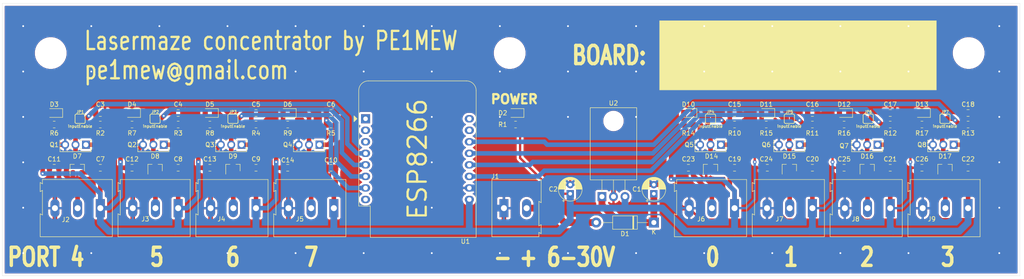
<source format=kicad_pcb>
(kicad_pcb (version 20171130) (host pcbnew "(5.1.9)-1")
  (layers (0 F.Cu signal) (31 B.Cu signal) (34 B.Paste user) (35 F.Paste user) (36 B.SilkS user) (37 F.SilkS user) (38 B.Mask user) (39 F.Mask user) (44 Edge.Cuts user))
  (net 0 "")
  (net 1 "Net-(C1-Pad1)")
  (net 2 /GND)
  (net 3 /5V)
  (net 4 /PORT4)
  (net 5 /PORT5)
  (net 6 /PORT6)
  (net 7 /PORT7)
  (net 8 "Net-(C11-Pad2)")
  (net 9 "Net-(C12-Pad2)")
  (net 10 "Net-(C13-Pad2)")
  (net 11 "Net-(C14-Pad2)")
  (net 12 /PORT0)
  (net 13 /PORT1)
  (net 14 /PORT2)
  (net 15 /PORT3)
  (net 16 "Net-(C23-Pad2)")
  (net 17 "Net-(C24-Pad2)")
  (net 18 "Net-(C25-Pad2)")
  (net 19 "Net-(C26-Pad2)")
  (net 20 "Net-(D1-Pad2)")
  (net 21 "Net-(D2-Pad2)")
  (net 22 "Net-(D3-Pad2)")
  (net 23 "Net-(D4-Pad2)")
  (net 24 "Net-(D5-Pad2)")
  (net 25 "Net-(D6-Pad2)")
  (net 26 "Net-(D10-Pad2)")
  (net 27 "Net-(D11-Pad2)")
  (net 28 "Net-(D12-Pad2)")
  (net 29 "Net-(D13-Pad2)")
  (net 30 "Net-(Q1-Pad1)")
  (net 31 "Net-(Q2-Pad1)")
  (net 32 "Net-(Q3-Pad1)")
  (net 33 "Net-(Q4-Pad1)")
  (net 34 "Net-(Q5-Pad1)")
  (net 35 "Net-(Q6-Pad1)")
  (net 36 "Net-(Q7-Pad1)")
  (net 37 "Net-(Q8-Pad1)")
  (net 38 "Net-(U1-Pad2)")
  (net 39 "Net-(U1-Pad1)")
  (net 40 "Net-(U1-Pad3)")
  (net 41 /3V3)
  (net 42 "Net-(U1-Pad15)")
  (net 43 "Net-(U1-Pad16)")
  (module Jumpers:SMT-JUMPER_2_NO_SILK (layer F.Cu) (at 181.395 105.41)
    (fp_text reference JP4 (at 0 -1.524) (layer F.SilkS) (effects (font (size 0.6096 0.6096) (thickness 0.127))))
    (fp_text value inputEnable (at 0 1.651) (layer F.SilkS) (effects (font (size 0.6096 0.6096) (thickness 0.127))))
    (pad 2 smd rect (at 0.4064 0) (size 0.635 1.27) (layers F.Cu F.Mask) (net 12 /PORT0))
    (pad 1 smd rect (at -0.4064 0) (size 0.635 1.27) (layers F.Cu F.Mask) (net 16 "Net-(C23-Pad2)"))
  )
  (module Capacitor_THT:CP_Radial_D5.0mm_P2.00mm (layer F.Cu) (at 168.91 121.92 90)
    (fp_text reference C1 (at 1 -3.75 180) (layer F.SilkS))
    (fp_text value 0,22uF)
    (pad 1 thru_hole rect (at 0 0 90) (size 1.6 1.6) (drill 0.8) (layers *.Cu *.Mask) (net 1 "Net-(C1-Pad1)"))
    (pad 2 thru_hole circle (at 2 0 90) (size 1.6 1.6) (drill 0.8) (layers *.Cu *.Mask) (net 2 /GND))
  )
  (module Capacitor_THT:CP_Radial_D5.0mm_P2.00mm (layer F.Cu) (at 150.495 121.92 90)
    (fp_text reference C2 (at 1 -3.75 180) (layer F.SilkS))
    (fp_text value 0,1uF)
    (pad 2 thru_hole circle (at 2 0 90) (size 1.6 1.6) (drill 0.8) (layers *.Cu *.Mask) (net 2 /GND))
    (pad 1 thru_hole rect (at 0 0 90) (size 1.6 1.6) (drill 0.8) (layers *.Cu *.Mask) (net 3 /5V))
  )
  (module Capacitor_SMD:C_0805_2012Metric_Pad1.18x1.45mm_HandSolder (layer F.Cu) (at 46.99 104.14 180)
    (fp_text reference C3 (at 0 1.905) (layer F.SilkS))
    (fp_text value 1n)
    (pad 2 smd roundrect (at 1.0375 0 180) (size 1.175 1.45) (layers F.Cu F.Paste F.Mask) (roundrect_rratio 0.212766) (net 4 /PORT4))
    (pad 1 smd roundrect (at -1.0375 0 180) (size 1.175 1.45) (layers F.Cu F.Paste F.Mask) (roundrect_rratio 0.212766) (net 2 /GND))
  )
  (module Capacitor_SMD:C_0805_2012Metric_Pad1.18x1.45mm_HandSolder (layer F.Cu) (at 64.135 104.14 180)
    (fp_text reference C4 (at 0 1.905) (layer F.SilkS))
    (fp_text value 1n)
    (pad 2 smd roundrect (at 1.0375 0 180) (size 1.175 1.45) (layers F.Cu F.Paste F.Mask) (roundrect_rratio 0.212766) (net 5 /PORT5))
    (pad 1 smd roundrect (at -1.0375 0 180) (size 1.175 1.45) (layers F.Cu F.Paste F.Mask) (roundrect_rratio 0.212766) (net 2 /GND))
  )
  (module Capacitor_SMD:C_0805_2012Metric_Pad1.18x1.45mm_HandSolder (layer F.Cu) (at 81.28 104.14 180)
    (fp_text reference C5 (at 0 1.905) (layer F.SilkS))
    (fp_text value 1n)
    (pad 1 smd roundrect (at -1.0375 0 180) (size 1.175 1.45) (layers F.Cu F.Paste F.Mask) (roundrect_rratio 0.212766) (net 2 /GND))
    (pad 2 smd roundrect (at 1.0375 0 180) (size 1.175 1.45) (layers F.Cu F.Paste F.Mask) (roundrect_rratio 0.212766) (net 6 /PORT6))
  )
  (module Capacitor_SMD:C_0805_2012Metric_Pad1.18x1.45mm_HandSolder (layer F.Cu) (at 97.79 104.14 180)
    (fp_text reference C6 (at 0 1.905) (layer F.SilkS))
    (fp_text value 1n)
    (pad 1 smd roundrect (at -1.0375 0 180) (size 1.175 1.45) (layers F.Cu F.Paste F.Mask) (roundrect_rratio 0.212766) (net 2 /GND))
    (pad 2 smd roundrect (at 1.0375 0 180) (size 1.175 1.45) (layers F.Cu F.Paste F.Mask) (roundrect_rratio 0.212766) (net 7 /PORT7))
  )
  (module Capacitor_SMD:C_0805_2012Metric_Pad1.18x1.45mm_HandSolder (layer F.Cu) (at 46.99 116.205 180)
    (fp_text reference C7 (at 0 1.905) (layer F.SilkS))
    (fp_text value 1n)
    (pad 1 smd roundrect (at -1.0375 0 180) (size 1.175 1.45) (layers F.Cu F.Paste F.Mask) (roundrect_rratio 0.212766) (net 2 /GND))
    (pad 2 smd roundrect (at 1.0375 0 180) (size 1.175 1.45) (layers F.Cu F.Paste F.Mask) (roundrect_rratio 0.212766) (net 3 /5V))
  )
  (module Capacitor_SMD:C_0805_2012Metric_Pad1.18x1.45mm_HandSolder (layer F.Cu) (at 64.135 116.205 180)
    (fp_text reference C8 (at 0 1.905) (layer F.SilkS))
    (fp_text value 1n)
    (pad 1 smd roundrect (at -1.0375 0 180) (size 1.175 1.45) (layers F.Cu F.Paste F.Mask) (roundrect_rratio 0.212766) (net 2 /GND))
    (pad 2 smd roundrect (at 1.0375 0 180) (size 1.175 1.45) (layers F.Cu F.Paste F.Mask) (roundrect_rratio 0.212766) (net 3 /5V))
  )
  (module Capacitor_SMD:C_0805_2012Metric_Pad1.18x1.45mm_HandSolder (layer F.Cu) (at 81.28 116.205 180)
    (fp_text reference C9 (at 0 1.905) (layer F.SilkS))
    (fp_text value 1n)
    (pad 1 smd roundrect (at -1.0375 0 180) (size 1.175 1.45) (layers F.Cu F.Paste F.Mask) (roundrect_rratio 0.212766) (net 2 /GND))
    (pad 2 smd roundrect (at 1.0375 0 180) (size 1.175 1.45) (layers F.Cu F.Paste F.Mask) (roundrect_rratio 0.212766) (net 3 /5V))
  )
  (module Capacitor_SMD:C_0805_2012Metric_Pad1.18x1.45mm_HandSolder (layer F.Cu) (at 97.79 116.205)
    (fp_text reference C10 (at 0 -1.68) (layer F.SilkS))
    (fp_text value 1n)
    (pad 2 smd roundrect (at 1.0375 0) (size 1.175 1.45) (layers F.Cu F.Paste F.Mask) (roundrect_rratio 0.212766) (net 3 /5V))
    (pad 1 smd roundrect (at -1.0375 0) (size 1.175 1.45) (layers F.Cu F.Paste F.Mask) (roundrect_rratio 0.212766) (net 2 /GND))
  )
  (module Capacitor_SMD:C_0805_2012Metric_Pad1.18x1.45mm_HandSolder (layer F.Cu) (at 36.83 116.205)
    (fp_text reference C11 (at 0 -1.905) (layer F.SilkS))
    (fp_text value 1n)
    (pad 1 smd roundrect (at -1.0375 0) (size 1.175 1.45) (layers F.Cu F.Paste F.Mask) (roundrect_rratio 0.212766) (net 2 /GND))
    (pad 2 smd roundrect (at 1.0375 0) (size 1.175 1.45) (layers F.Cu F.Paste F.Mask) (roundrect_rratio 0.212766) (net 8 "Net-(C11-Pad2)"))
  )
  (module Capacitor_SMD:C_0805_2012Metric_Pad1.18x1.45mm_HandSolder (layer F.Cu) (at 53.975 116.205)
    (fp_text reference C12 (at 0 -1.905) (layer F.SilkS))
    (fp_text value 1n)
    (pad 2 smd roundrect (at 1.0375 0) (size 1.175 1.45) (layers F.Cu F.Paste F.Mask) (roundrect_rratio 0.212766) (net 9 "Net-(C12-Pad2)"))
    (pad 1 smd roundrect (at -1.0375 0) (size 1.175 1.45) (layers F.Cu F.Paste F.Mask) (roundrect_rratio 0.212766) (net 2 /GND))
  )
  (module Capacitor_SMD:C_0805_2012Metric_Pad1.18x1.45mm_HandSolder (layer F.Cu) (at 71.12 116.205)
    (fp_text reference C13 (at 0 -1.905) (layer F.SilkS))
    (fp_text value 1n)
    (pad 1 smd roundrect (at -1.0375 0) (size 1.175 1.45) (layers F.Cu F.Paste F.Mask) (roundrect_rratio 0.212766) (net 2 /GND))
    (pad 2 smd roundrect (at 1.0375 0) (size 1.175 1.45) (layers F.Cu F.Paste F.Mask) (roundrect_rratio 0.212766) (net 10 "Net-(C13-Pad2)"))
  )
  (module Capacitor_SMD:C_0805_2012Metric_Pad1.18x1.45mm_HandSolder (layer F.Cu) (at 88.265 116.205)
    (fp_text reference C14 (at 0 -1.68) (layer F.SilkS))
    (fp_text value 1n)
    (pad 1 smd roundrect (at -1.0375 0) (size 1.175 1.45) (layers F.Cu F.Paste F.Mask) (roundrect_rratio 0.212766) (net 2 /GND))
    (pad 2 smd roundrect (at 1.0375 0) (size 1.175 1.45) (layers F.Cu F.Paste F.Mask) (roundrect_rratio 0.212766) (net 11 "Net-(C14-Pad2)"))
  )
  (module Capacitor_SMD:C_0805_2012Metric_Pad1.18x1.45mm_HandSolder (layer F.Cu) (at 186.69 104.14 180)
    (fp_text reference C15 (at 0 1.905) (layer F.SilkS))
    (fp_text value 1n)
    (pad 1 smd roundrect (at -1.0375 0 180) (size 1.175 1.45) (layers F.Cu F.Paste F.Mask) (roundrect_rratio 0.212766) (net 2 /GND))
    (pad 2 smd roundrect (at 1.0375 0 180) (size 1.175 1.45) (layers F.Cu F.Paste F.Mask) (roundrect_rratio 0.212766) (net 12 /PORT0))
  )
  (module Capacitor_SMD:C_0805_2012Metric_Pad1.18x1.45mm_HandSolder (layer F.Cu) (at 203.835 104.14 180)
    (fp_text reference C16 (at 0 1.905) (layer F.SilkS))
    (fp_text value 1n)
    (pad 2 smd roundrect (at 1.0375 0 180) (size 1.175 1.45) (layers F.Cu F.Paste F.Mask) (roundrect_rratio 0.212766) (net 13 /PORT1))
    (pad 1 smd roundrect (at -1.0375 0 180) (size 1.175 1.45) (layers F.Cu F.Paste F.Mask) (roundrect_rratio 0.212766) (net 2 /GND))
  )
  (module Capacitor_SMD:C_0805_2012Metric_Pad1.18x1.45mm_HandSolder (layer F.Cu) (at 220.98 104.14 180)
    (fp_text reference C17 (at 0 1.905) (layer F.SilkS))
    (fp_text value 1n)
    (pad 1 smd roundrect (at -1.0375 0 180) (size 1.175 1.45) (layers F.Cu F.Paste F.Mask) (roundrect_rratio 0.212766) (net 2 /GND))
    (pad 2 smd roundrect (at 1.0375 0 180) (size 1.175 1.45) (layers F.Cu F.Paste F.Mask) (roundrect_rratio 0.212766) (net 14 /PORT2))
  )
  (module Capacitor_SMD:C_0805_2012Metric_Pad1.18x1.45mm_HandSolder (layer F.Cu) (at 238.125 104.14 180)
    (fp_text reference C18 (at 0 1.905) (layer F.SilkS))
    (fp_text value 1n)
    (pad 2 smd roundrect (at 1.0375 0 180) (size 1.175 1.45) (layers F.Cu F.Paste F.Mask) (roundrect_rratio 0.212766) (net 15 /PORT3))
    (pad 1 smd roundrect (at -1.0375 0 180) (size 1.175 1.45) (layers F.Cu F.Paste F.Mask) (roundrect_rratio 0.212766) (net 2 /GND))
  )
  (module Capacitor_SMD:C_0805_2012Metric_Pad1.18x1.45mm_HandSolder (layer F.Cu) (at 186.69 116.205 180)
    (fp_text reference C19 (at 0 1.905) (layer F.SilkS))
    (fp_text value 1n)
    (pad 2 smd roundrect (at 1.0375 0 180) (size 1.175 1.45) (layers F.Cu F.Paste F.Mask) (roundrect_rratio 0.212766) (net 3 /5V))
    (pad 1 smd roundrect (at -1.0375 0 180) (size 1.175 1.45) (layers F.Cu F.Paste F.Mask) (roundrect_rratio 0.212766) (net 2 /GND))
  )
  (module Capacitor_SMD:C_0805_2012Metric_Pad1.18x1.45mm_HandSolder (layer F.Cu) (at 203.835 116.205 180)
    (fp_text reference C20 (at 0 1.905) (layer F.SilkS))
    (fp_text value 1n)
    (pad 2 smd roundrect (at 1.0375 0 180) (size 1.175 1.45) (layers F.Cu F.Paste F.Mask) (roundrect_rratio 0.212766) (net 3 /5V))
    (pad 1 smd roundrect (at -1.0375 0 180) (size 1.175 1.45) (layers F.Cu F.Paste F.Mask) (roundrect_rratio 0.212766) (net 2 /GND))
  )
  (module Capacitor_SMD:C_0805_2012Metric_Pad1.18x1.45mm_HandSolder (layer F.Cu) (at 220.98 116.205 180)
    (fp_text reference C21 (at 0 1.905) (layer F.SilkS))
    (fp_text value 1n)
    (pad 2 smd roundrect (at 1.0375 0 180) (size 1.175 1.45) (layers F.Cu F.Paste F.Mask) (roundrect_rratio 0.212766) (net 3 /5V))
    (pad 1 smd roundrect (at -1.0375 0 180) (size 1.175 1.45) (layers F.Cu F.Paste F.Mask) (roundrect_rratio 0.212766) (net 2 /GND))
  )
  (module Capacitor_SMD:C_0805_2012Metric_Pad1.18x1.45mm_HandSolder (layer F.Cu) (at 238.125 116.205 180)
    (fp_text reference C22 (at 0 1.905) (layer F.SilkS))
    (fp_text value 1n)
    (pad 1 smd roundrect (at -1.0375 0 180) (size 1.175 1.45) (layers F.Cu F.Paste F.Mask) (roundrect_rratio 0.212766) (net 2 /GND))
    (pad 2 smd roundrect (at 1.0375 0 180) (size 1.175 1.45) (layers F.Cu F.Paste F.Mask) (roundrect_rratio 0.212766) (net 3 /5V))
  )
  (module Capacitor_SMD:C_0805_2012Metric_Pad1.18x1.45mm_HandSolder (layer F.Cu) (at 176.53 116.205)
    (fp_text reference C23 (at 0 -1.905) (layer F.SilkS))
    (fp_text value 1n)
    (pad 2 smd roundrect (at 1.0375 0) (size 1.175 1.45) (layers F.Cu F.Paste F.Mask) (roundrect_rratio 0.212766) (net 16 "Net-(C23-Pad2)"))
    (pad 1 smd roundrect (at -1.0375 0) (size 1.175 1.45) (layers F.Cu F.Paste F.Mask) (roundrect_rratio 0.212766) (net 2 /GND))
  )
  (module Capacitor_SMD:C_0805_2012Metric_Pad1.18x1.45mm_HandSolder (layer F.Cu) (at 193.9075 116.205)
    (fp_text reference C24 (at -0.2325 -1.905) (layer F.SilkS))
    (fp_text value 1n)
    (pad 1 smd roundrect (at -1.0375 0) (size 1.175 1.45) (layers F.Cu F.Paste F.Mask) (roundrect_rratio 0.212766) (net 2 /GND))
    (pad 2 smd roundrect (at 1.0375 0) (size 1.175 1.45) (layers F.Cu F.Paste F.Mask) (roundrect_rratio 0.212766) (net 17 "Net-(C24-Pad2)"))
  )
  (module Capacitor_SMD:C_0805_2012Metric_Pad1.18x1.45mm_HandSolder (layer F.Cu) (at 210.82 116.205)
    (fp_text reference C25 (at 0 -1.905) (layer F.SilkS))
    (fp_text value 1n)
    (pad 2 smd roundrect (at 1.0375 0) (size 1.175 1.45) (layers F.Cu F.Paste F.Mask) (roundrect_rratio 0.212766) (net 18 "Net-(C25-Pad2)"))
    (pad 1 smd roundrect (at -1.0375 0) (size 1.175 1.45) (layers F.Cu F.Paste F.Mask) (roundrect_rratio 0.212766) (net 2 /GND))
  )
  (module Capacitor_SMD:C_0805_2012Metric_Pad1.18x1.45mm_HandSolder (layer F.Cu) (at 227.965 116.205)
    (fp_text reference C26 (at 0 -1.905) (layer F.SilkS))
    (fp_text value 1n)
    (pad 1 smd roundrect (at -1.0375 0) (size 1.175 1.45) (layers F.Cu F.Paste F.Mask) (roundrect_rratio 0.212766) (net 2 /GND))
    (pad 2 smd roundrect (at 1.0375 0) (size 1.175 1.45) (layers F.Cu F.Paste F.Mask) (roundrect_rratio 0.212766) (net 19 "Net-(C26-Pad2)"))
  )
  (module Diode_THT:D_DO-41_SOD81_P12.70mm_Horizontal (layer F.Cu) (at 168.91 128.27 180)
    (fp_text reference D1 (at 6.35 -2.47) (layer F.SilkS))
    (fp_text value 1N4007)
    (fp_text user K (at 0 -2.1) (layer F.SilkS))
    (pad 1 thru_hole rect (at 0 0 180) (size 2.2 2.2) (drill 1.1) (layers *.Cu *.Mask) (net 1 "Net-(C1-Pad1)"))
    (pad 2 thru_hole oval (at 12.7 0 180) (size 2.2 2.2) (drill 1.1) (layers *.Cu *.Mask) (net 20 "Net-(D1-Pad2)"))
  )
  (module LED_SMD:LED_0805_2012Metric_Pad1.15x1.40mm_HandSolder (layer F.Cu) (at 138.43 104.14 180)
    (fp_text reference D2 (at 2.794 0) (layer F.SilkS))
    (fp_text value GREEN)
    (pad 2 smd roundrect (at 1.025 0 180) (size 1.15 1.4) (layers F.Cu F.Paste F.Mask) (roundrect_rratio 0.217391) (net 21 "Net-(D2-Pad2)"))
    (pad 1 smd roundrect (at -1.025 0 180) (size 1.15 1.4) (layers F.Cu F.Paste F.Mask) (roundrect_rratio 0.217391) (net 2 /GND))
  )
  (module LED_SMD:LED_0805_2012Metric_Pad1.15x1.40mm_HandSolder (layer F.Cu) (at 36.83 104.14 180)
    (fp_text reference D3 (at 0 1.905) (layer F.SilkS))
    (fp_text value LED)
    (pad 1 smd roundrect (at -1.025 0 180) (size 1.15 1.4) (layers F.Cu F.Paste F.Mask) (roundrect_rratio 0.217391) (net 8 "Net-(C11-Pad2)"))
    (pad 2 smd roundrect (at 1.025 0 180) (size 1.15 1.4) (layers F.Cu F.Paste F.Mask) (roundrect_rratio 0.217391) (net 22 "Net-(D3-Pad2)"))
  )
  (module LED_SMD:LED_0805_2012Metric_Pad1.15x1.40mm_HandSolder (layer F.Cu) (at 53.975 104.14 180)
    (fp_text reference D4 (at 0 1.905) (layer F.SilkS))
    (fp_text value LED)
    (pad 1 smd roundrect (at -1.025 0 180) (size 1.15 1.4) (layers F.Cu F.Paste F.Mask) (roundrect_rratio 0.217391) (net 9 "Net-(C12-Pad2)"))
    (pad 2 smd roundrect (at 1.025 0 180) (size 1.15 1.4) (layers F.Cu F.Paste F.Mask) (roundrect_rratio 0.217391) (net 23 "Net-(D4-Pad2)"))
  )
  (module LED_SMD:LED_0805_2012Metric_Pad1.15x1.40mm_HandSolder (layer F.Cu) (at 71.12 104.14 180)
    (fp_text reference D5 (at 0 1.905) (layer F.SilkS))
    (fp_text value LED)
    (pad 2 smd roundrect (at 1.025 0 180) (size 1.15 1.4) (layers F.Cu F.Paste F.Mask) (roundrect_rratio 0.217391) (net 24 "Net-(D5-Pad2)"))
    (pad 1 smd roundrect (at -1.025 0 180) (size 1.15 1.4) (layers F.Cu F.Paste F.Mask) (roundrect_rratio 0.217391) (net 10 "Net-(C13-Pad2)"))
  )
  (module LED_SMD:LED_0805_2012Metric_Pad1.15x1.40mm_HandSolder (layer F.Cu) (at 88.265 104.14 180)
    (fp_text reference D6 (at 0 1.905) (layer F.SilkS))
    (fp_text value LED)
    (pad 1 smd roundrect (at -1.025 0 180) (size 1.15 1.4) (layers F.Cu F.Paste F.Mask) (roundrect_rratio 0.217391) (net 11 "Net-(C14-Pad2)"))
    (pad 2 smd roundrect (at 1.025 0 180) (size 1.15 1.4) (layers F.Cu F.Paste F.Mask) (roundrect_rratio 0.217391) (net 25 "Net-(D6-Pad2)"))
  )
  (module Package_TO_SOT_SMD:SOT-23 (layer F.Cu) (at 41.91 116.205 90)
    (fp_text reference D7 (at 2.54 0 180) (layer F.SilkS))
    (fp_text value BAT54S)
    (pad 3 smd rect (at 1 0 90) (size 0.9 0.8) (layers F.Cu F.Paste F.Mask) (net 8 "Net-(C11-Pad2)"))
    (pad 2 smd rect (at -1 0.95 90) (size 0.9 0.8) (layers F.Cu F.Paste F.Mask) (net 3 /5V))
    (pad 1 smd rect (at -1 -0.95 90) (size 0.9 0.8) (layers F.Cu F.Paste F.Mask) (net 2 /GND))
  )
  (module Package_TO_SOT_SMD:SOT-23 (layer F.Cu) (at 59.055 116.205 90)
    (fp_text reference D8 (at 2.54 0 180) (layer F.SilkS))
    (fp_text value BAT54S)
    (pad 1 smd rect (at -1 -0.95 90) (size 0.9 0.8) (layers F.Cu F.Paste F.Mask) (net 2 /GND))
    (pad 2 smd rect (at -1 0.95 90) (size 0.9 0.8) (layers F.Cu F.Paste F.Mask) (net 3 /5V))
    (pad 3 smd rect (at 1 0 90) (size 0.9 0.8) (layers F.Cu F.Paste F.Mask) (net 9 "Net-(C12-Pad2)"))
  )
  (module Package_TO_SOT_SMD:SOT-23 (layer F.Cu) (at 76.2 116.205 90)
    (fp_text reference D9 (at 2.54 0 180) (layer F.SilkS))
    (fp_text value BAT54S)
    (pad 3 smd rect (at 1 0 90) (size 0.9 0.8) (layers F.Cu F.Paste F.Mask) (net 10 "Net-(C13-Pad2)"))
    (pad 2 smd rect (at -1 0.95 90) (size 0.9 0.8) (layers F.Cu F.Paste F.Mask) (net 3 /5V))
    (pad 1 smd rect (at -1 -0.95 90) (size 0.9 0.8) (layers F.Cu F.Paste F.Mask) (net 2 /GND))
  )
  (module LED_SMD:LED_0805_2012Metric_Pad1.15x1.40mm_HandSolder (layer F.Cu) (at 176.53 104.14 180)
    (fp_text reference D10 (at 0 1.905) (layer F.SilkS))
    (fp_text value LED)
    (pad 1 smd roundrect (at -1.025 0 180) (size 1.15 1.4) (layers F.Cu F.Paste F.Mask) (roundrect_rratio 0.217391) (net 16 "Net-(C23-Pad2)"))
    (pad 2 smd roundrect (at 1.025 0 180) (size 1.15 1.4) (layers F.Cu F.Paste F.Mask) (roundrect_rratio 0.217391) (net 26 "Net-(D10-Pad2)"))
  )
  (module LED_SMD:LED_0805_2012Metric_Pad1.15x1.40mm_HandSolder (layer F.Cu) (at 193.675 104.14 180)
    (fp_text reference D11 (at 0 1.905) (layer F.SilkS))
    (fp_text value LED)
    (pad 2 smd roundrect (at 1.025 0 180) (size 1.15 1.4) (layers F.Cu F.Paste F.Mask) (roundrect_rratio 0.217391) (net 27 "Net-(D11-Pad2)"))
    (pad 1 smd roundrect (at -1.025 0 180) (size 1.15 1.4) (layers F.Cu F.Paste F.Mask) (roundrect_rratio 0.217391) (net 17 "Net-(C24-Pad2)"))
  )
  (module LED_SMD:LED_0805_2012Metric_Pad1.15x1.40mm_HandSolder (layer F.Cu) (at 210.82 104.14 180)
    (fp_text reference D12 (at 0 1.905) (layer F.SilkS))
    (fp_text value LED)
    (pad 2 smd roundrect (at 1.025 0 180) (size 1.15 1.4) (layers F.Cu F.Paste F.Mask) (roundrect_rratio 0.217391) (net 28 "Net-(D12-Pad2)"))
    (pad 1 smd roundrect (at -1.025 0 180) (size 1.15 1.4) (layers F.Cu F.Paste F.Mask) (roundrect_rratio 0.217391) (net 18 "Net-(C25-Pad2)"))
  )
  (module LED_SMD:LED_0805_2012Metric_Pad1.15x1.40mm_HandSolder (layer F.Cu) (at 227.965 104.14 180)
    (fp_text reference D13 (at 0 1.905) (layer F.SilkS))
    (fp_text value LED)
    (pad 1 smd roundrect (at -1.025 0 180) (size 1.15 1.4) (layers F.Cu F.Paste F.Mask) (roundrect_rratio 0.217391) (net 19 "Net-(C26-Pad2)"))
    (pad 2 smd roundrect (at 1.025 0 180) (size 1.15 1.4) (layers F.Cu F.Paste F.Mask) (roundrect_rratio 0.217391) (net 29 "Net-(D13-Pad2)"))
  )
  (module Package_TO_SOT_SMD:SOT-23 (layer F.Cu) (at 181.395 116.205 90)
    (fp_text reference D14 (at 2.54 0.215 180) (layer F.SilkS))
    (fp_text value BAT54S)
    (pad 1 smd rect (at -1 -0.95 90) (size 0.9 0.8) (layers F.Cu F.Paste F.Mask) (net 2 /GND))
    (pad 2 smd rect (at -1 0.95 90) (size 0.9 0.8) (layers F.Cu F.Paste F.Mask) (net 3 /5V))
    (pad 3 smd rect (at 1 0 90) (size 0.9 0.8) (layers F.Cu F.Paste F.Mask) (net 16 "Net-(C23-Pad2)"))
  )
  (module Package_TO_SOT_SMD:SOT-23 (layer F.Cu) (at 198.755 116.205 90)
    (fp_text reference D15 (at 2.54 0) (layer F.SilkS))
    (fp_text value BAT54S)
    (pad 1 smd rect (at -1 -0.95 90) (size 0.9 0.8) (layers F.Cu F.Paste F.Mask) (net 2 /GND))
    (pad 2 smd rect (at -1 0.95 90) (size 0.9 0.8) (layers F.Cu F.Paste F.Mask) (net 3 /5V))
    (pad 3 smd rect (at 1 0 90) (size 0.9 0.8) (layers F.Cu F.Paste F.Mask) (net 17 "Net-(C24-Pad2)"))
  )
  (module Package_TO_SOT_SMD:SOT-23 (layer F.Cu) (at 215.9 116.205 90)
    (fp_text reference D16 (at 2.54 0 180) (layer F.SilkS))
    (fp_text value BAT54S)
    (pad 1 smd rect (at -1 -0.95 90) (size 0.9 0.8) (layers F.Cu F.Paste F.Mask) (net 2 /GND))
    (pad 2 smd rect (at -1 0.95 90) (size 0.9 0.8) (layers F.Cu F.Paste F.Mask) (net 3 /5V))
    (pad 3 smd rect (at 1 0 90) (size 0.9 0.8) (layers F.Cu F.Paste F.Mask) (net 18 "Net-(C25-Pad2)"))
  )
  (module Package_TO_SOT_SMD:SOT-23 (layer F.Cu) (at 233.045 116.205 90)
    (fp_text reference D17 (at 2.54 0 180) (layer F.SilkS))
    (fp_text value BAT54S)
    (pad 3 smd rect (at 1 0 90) (size 0.9 0.8) (layers F.Cu F.Paste F.Mask) (net 19 "Net-(C26-Pad2)"))
    (pad 2 smd rect (at -1 0.95 90) (size 0.9 0.8) (layers F.Cu F.Paste F.Mask) (net 3 /5V))
    (pad 1 smd rect (at -1 -0.95 90) (size 0.9 0.8) (layers F.Cu F.Paste F.Mask) (net 2 /GND))
  )
  (module TerminalBlock:TerminalBlock_Altech_AK300-2_P5.00mm (layer F.Cu) (at 135.89 125.095)
    (fp_text reference J1 (at -1.92 -6.99) (layer F.SilkS))
    (fp_text value V-IN)
    (pad 1 thru_hole rect (at 0 0) (size 1.98 3.96) (drill 1.32) (layers *.Cu *.Mask) (net 2 /GND))
    (pad 2 thru_hole oval (at 5 0) (size 1.98 3.96) (drill 1.32) (layers *.Cu *.Mask) (net 20 "Net-(D1-Pad2)"))
  )
  (module TerminalBlock:TerminalBlock_Altech_AK300-3_P5.00mm (layer F.Cu) (at 46.99 125.095 180)
    (fp_text reference J2 (at 7.62 -2.54) (layer F.SilkS))
    (fp_text value 4)
    (pad 1 thru_hole rect (at 0 0 180) (size 1.98 3.96) (drill 1.32) (layers *.Cu *.Mask) (net 3 /5V))
    (pad 2 thru_hole oval (at 5 0 180) (size 1.98 3.96) (drill 1.32) (layers *.Cu *.Mask) (net 8 "Net-(C11-Pad2)"))
    (pad 3 thru_hole oval (at 10 0 180) (size 1.98 3.96) (drill 1.32) (layers *.Cu *.Mask) (net 2 /GND))
  )
  (module TerminalBlock:TerminalBlock_Altech_AK300-3_P5.00mm (layer F.Cu) (at 64.135 125.095 180)
    (fp_text reference J3 (at 7.239 -2.413) (layer F.SilkS))
    (fp_text value 5)
    (pad 3 thru_hole oval (at 10 0 180) (size 1.98 3.96) (drill 1.32) (layers *.Cu *.Mask) (net 2 /GND))
    (pad 2 thru_hole oval (at 5 0 180) (size 1.98 3.96) (drill 1.32) (layers *.Cu *.Mask) (net 9 "Net-(C12-Pad2)"))
    (pad 1 thru_hole rect (at 0 0 180) (size 1.98 3.96) (drill 1.32) (layers *.Cu *.Mask) (net 3 /5V))
  )
  (module TerminalBlock:TerminalBlock_Altech_AK300-3_P5.00mm (layer F.Cu) (at 81.28 125.095 180)
    (fp_text reference J4 (at 7.62 -2.413) (layer F.SilkS))
    (fp_text value 6)
    (pad 1 thru_hole rect (at 0 0 180) (size 1.98 3.96) (drill 1.32) (layers *.Cu *.Mask) (net 3 /5V))
    (pad 2 thru_hole oval (at 5 0 180) (size 1.98 3.96) (drill 1.32) (layers *.Cu *.Mask) (net 10 "Net-(C13-Pad2)"))
    (pad 3 thru_hole oval (at 10 0 180) (size 1.98 3.96) (drill 1.32) (layers *.Cu *.Mask) (net 2 /GND))
  )
  (module TerminalBlock:TerminalBlock_Altech_AK300-3_P5.00mm (layer F.Cu) (at 98.425 125.095 180)
    (fp_text reference J5 (at 7.493 -2.413) (layer F.SilkS))
    (fp_text value 7)
    (pad 1 thru_hole rect (at 0 0 180) (size 1.98 3.96) (drill 1.32) (layers *.Cu *.Mask) (net 3 /5V))
    (pad 2 thru_hole oval (at 5 0 180) (size 1.98 3.96) (drill 1.32) (layers *.Cu *.Mask) (net 11 "Net-(C14-Pad2)"))
    (pad 3 thru_hole oval (at 10 0 180) (size 1.98 3.96) (drill 1.32) (layers *.Cu *.Mask) (net 2 /GND))
  )
  (module TerminalBlock:TerminalBlock_Altech_AK300-3_P5.00mm (layer F.Cu) (at 186.69 125.095 180)
    (fp_text reference J6 (at 7.366 -2.413) (layer F.SilkS))
    (fp_text value 0)
    (pad 3 thru_hole oval (at 10 0 180) (size 1.98 3.96) (drill 1.32) (layers *.Cu *.Mask) (net 2 /GND))
    (pad 2 thru_hole oval (at 5 0 180) (size 1.98 3.96) (drill 1.32) (layers *.Cu *.Mask) (net 16 "Net-(C23-Pad2)"))
    (pad 1 thru_hole rect (at 0 0 180) (size 1.98 3.96) (drill 1.32) (layers *.Cu *.Mask) (net 3 /5V))
  )
  (module TerminalBlock:TerminalBlock_Altech_AK300-3_P5.00mm (layer F.Cu) (at 203.835 125.095 180)
    (fp_text reference J7 (at 7.239 -2.413) (layer F.SilkS))
    (fp_text value 1)
    (pad 3 thru_hole oval (at 10 0 180) (size 1.98 3.96) (drill 1.32) (layers *.Cu *.Mask) (net 2 /GND))
    (pad 2 thru_hole oval (at 5 0 180) (size 1.98 3.96) (drill 1.32) (layers *.Cu *.Mask) (net 17 "Net-(C24-Pad2)"))
    (pad 1 thru_hole rect (at 0 0 180) (size 1.98 3.96) (drill 1.32) (layers *.Cu *.Mask) (net 3 /5V))
  )
  (module TerminalBlock:TerminalBlock_Altech_AK300-3_P5.00mm (layer F.Cu) (at 220.98 125.095 180)
    (fp_text reference J8 (at 7.62 -2.413) (layer F.SilkS))
    (fp_text value 2)
    (pad 3 thru_hole oval (at 10 0 180) (size 1.98 3.96) (drill 1.32) (layers *.Cu *.Mask) (net 2 /GND))
    (pad 2 thru_hole oval (at 5 0 180) (size 1.98 3.96) (drill 1.32) (layers *.Cu *.Mask) (net 18 "Net-(C25-Pad2)"))
    (pad 1 thru_hole rect (at 0 0 180) (size 1.98 3.96) (drill 1.32) (layers *.Cu *.Mask) (net 3 /5V))
  )
  (module TerminalBlock:TerminalBlock_Altech_AK300-3_P5.00mm (layer F.Cu) (at 238.125 125.095 180)
    (fp_text reference J9 (at 8.001 -2.413) (layer F.SilkS))
    (fp_text value 3)
    (pad 1 thru_hole rect (at 0 0 180) (size 1.98 3.96) (drill 1.32) (layers *.Cu *.Mask) (net 3 /5V))
    (pad 2 thru_hole oval (at 5 0 180) (size 1.98 3.96) (drill 1.32) (layers *.Cu *.Mask) (net 19 "Net-(C26-Pad2)"))
    (pad 3 thru_hole oval (at 10 0 180) (size 1.98 3.96) (drill 1.32) (layers *.Cu *.Mask) (net 2 /GND))
  )
  (module Package_TO_SOT_THT:SIPAK_Vertical (layer F.Cu) (at 43.815 111.125 180)
    (fp_text reference Q1 (at 6.985 0) (layer F.SilkS))
    (fp_text value 85N3LHS)
    (pad 1 thru_hole rect (at 0 0 180) (size 1.7145 1.8) (drill 1.1) (layers *.Cu *.Mask) (net 30 "Net-(Q1-Pad1)"))
    (pad 2 thru_hole oval (at 2.286 0 180) (size 1.7145 1.8) (drill 1.1) (layers *.Cu *.Mask) (net 8 "Net-(C11-Pad2)"))
    (pad 3 thru_hole oval (at 4.572 0 180) (size 1.7145 1.8) (drill 1.1) (layers *.Cu *.Mask) (net 2 /GND))
  )
  (module Package_TO_SOT_THT:SIPAK_Vertical (layer F.Cu) (at 60.96 111.125 180)
    (fp_text reference Q2 (at 6.985 0) (layer F.SilkS))
    (fp_text value 85N3LHS)
    (pad 3 thru_hole oval (at 4.572 0 180) (size 1.7145 1.8) (drill 1.1) (layers *.Cu *.Mask) (net 2 /GND))
    (pad 2 thru_hole oval (at 2.286 0 180) (size 1.7145 1.8) (drill 1.1) (layers *.Cu *.Mask) (net 9 "Net-(C12-Pad2)"))
    (pad 1 thru_hole rect (at 0 0 180) (size 1.7145 1.8) (drill 1.1) (layers *.Cu *.Mask) (net 31 "Net-(Q2-Pad1)"))
  )
  (module Package_TO_SOT_THT:SIPAK_Vertical (layer F.Cu) (at 78.105 111.125 180)
    (fp_text reference Q3 (at 6.985 0) (layer F.SilkS))
    (fp_text value 85N3LHS)
    (pad 3 thru_hole oval (at 4.572 0 180) (size 1.7145 1.8) (drill 1.1) (layers *.Cu *.Mask) (net 2 /GND))
    (pad 2 thru_hole oval (at 2.286 0 180) (size 1.7145 1.8) (drill 1.1) (layers *.Cu *.Mask) (net 10 "Net-(C13-Pad2)"))
    (pad 1 thru_hole rect (at 0 0 180) (size 1.7145 1.8) (drill 1.1) (layers *.Cu *.Mask) (net 32 "Net-(Q3-Pad1)"))
  )
  (module Package_TO_SOT_THT:SIPAK_Vertical (layer F.Cu) (at 95.25 111.125 180)
    (fp_text reference Q4 (at 6.985 0) (layer F.SilkS))
    (fp_text value 85N3LHS)
    (pad 3 thru_hole oval (at 4.572 0 180) (size 1.7145 1.8) (drill 1.1) (layers *.Cu *.Mask) (net 2 /GND))
    (pad 2 thru_hole oval (at 2.286 0 180) (size 1.7145 1.8) (drill 1.1) (layers *.Cu *.Mask) (net 11 "Net-(C14-Pad2)"))
    (pad 1 thru_hole rect (at 0 0 180) (size 1.7145 1.8) (drill 1.1) (layers *.Cu *.Mask) (net 33 "Net-(Q4-Pad1)"))
  )
  (module Package_TO_SOT_THT:SIPAK_Vertical (layer F.Cu) (at 183.68 111.125 180)
    (fp_text reference Q5 (at 6.985 0) (layer F.SilkS))
    (fp_text value 85N3LHS)
    (pad 1 thru_hole rect (at 0 0 180) (size 1.7145 1.8) (drill 1.1) (layers *.Cu *.Mask) (net 34 "Net-(Q5-Pad1)"))
    (pad 2 thru_hole oval (at 2.286 0 180) (size 1.7145 1.8) (drill 1.1) (layers *.Cu *.Mask) (net 16 "Net-(C23-Pad2)"))
    (pad 3 thru_hole oval (at 4.572 0 180) (size 1.7145 1.8) (drill 1.1) (layers *.Cu *.Mask) (net 2 /GND))
  )
  (module Package_TO_SOT_THT:SIPAK_Vertical (layer F.Cu) (at 201.041 111.125 180)
    (fp_text reference Q6 (at 7.366 0) (layer F.SilkS))
    (fp_text value 85N3LHS)
    (pad 1 thru_hole rect (at 0 0 180) (size 1.7145 1.8) (drill 1.1) (layers *.Cu *.Mask) (net 35 "Net-(Q6-Pad1)"))
    (pad 2 thru_hole oval (at 2.286 0 180) (size 1.7145 1.8) (drill 1.1) (layers *.Cu *.Mask) (net 17 "Net-(C24-Pad2)"))
    (pad 3 thru_hole oval (at 4.572 0 180) (size 1.7145 1.8) (drill 1.1) (layers *.Cu *.Mask) (net 2 /GND))
  )
  (module Package_TO_SOT_THT:SIPAK_Vertical (layer F.Cu) (at 218.186 111.125 180)
    (fp_text reference Q7 (at 7.366 -0.254) (layer F.SilkS))
    (fp_text value 85N3LHS)
    (pad 3 thru_hole oval (at 4.572 0 180) (size 1.7145 1.8) (drill 1.1) (layers *.Cu *.Mask) (net 2 /GND))
    (pad 2 thru_hole oval (at 2.286 0 180) (size 1.7145 1.8) (drill 1.1) (layers *.Cu *.Mask) (net 18 "Net-(C25-Pad2)"))
    (pad 1 thru_hole rect (at 0 0 180) (size 1.7145 1.8) (drill 1.1) (layers *.Cu *.Mask) (net 36 "Net-(Q7-Pad1)"))
  )
  (module Package_TO_SOT_THT:SIPAK_Vertical (layer F.Cu) (at 234.95 111.125 180)
    (fp_text reference Q8 (at 6.985 0) (layer F.SilkS))
    (fp_text value 85N3LHS)
    (pad 1 thru_hole rect (at 0 0 180) (size 1.7145 1.8) (drill 1.1) (layers *.Cu *.Mask) (net 37 "Net-(Q8-Pad1)"))
    (pad 2 thru_hole oval (at 2.286 0 180) (size 1.7145 1.8) (drill 1.1) (layers *.Cu *.Mask) (net 19 "Net-(C26-Pad2)"))
    (pad 3 thru_hole oval (at 4.572 0 180) (size 1.7145 1.8) (drill 1.1) (layers *.Cu *.Mask) (net 2 /GND))
  )
  (module Resistor_SMD:R_0805_2012Metric_Pad1.20x1.40mm_HandSolder (layer F.Cu) (at 138.4525 106.68)
    (fp_text reference R1 (at -2.8165 0) (layer F.SilkS))
    (fp_text value 150)
    (pad 2 smd roundrect (at 1 0) (size 1.2 1.4) (layers F.Cu F.Paste F.Mask) (roundrect_rratio 0.208333) (net 3 /5V))
    (pad 1 smd roundrect (at -1 0) (size 1.2 1.4) (layers F.Cu F.Paste F.Mask) (roundrect_rratio 0.208333) (net 21 "Net-(D2-Pad2)"))
  )
  (module Resistor_SMD:R_0805_2012Metric_Pad1.20x1.40mm_HandSolder (layer F.Cu) (at 46.99 106.68 180)
    (fp_text reference R2 (at 0 -1.905) (layer F.SilkS))
    (fp_text value 1k)
    (pad 2 smd roundrect (at 1 0 180) (size 1.2 1.4) (layers F.Cu F.Paste F.Mask) (roundrect_rratio 0.208333) (net 4 /PORT4))
    (pad 1 smd roundrect (at -1 0 180) (size 1.2 1.4) (layers F.Cu F.Paste F.Mask) (roundrect_rratio 0.208333) (net 30 "Net-(Q1-Pad1)"))
  )
  (module Resistor_SMD:R_0805_2012Metric_Pad1.20x1.40mm_HandSolder (layer F.Cu) (at 64.135 106.68 180)
    (fp_text reference R3 (at 0 -1.905) (layer F.SilkS))
    (fp_text value 1k)
    (pad 2 smd roundrect (at 1 0 180) (size 1.2 1.4) (layers F.Cu F.Paste F.Mask) (roundrect_rratio 0.208333) (net 5 /PORT5))
    (pad 1 smd roundrect (at -1 0 180) (size 1.2 1.4) (layers F.Cu F.Paste F.Mask) (roundrect_rratio 0.208333) (net 31 "Net-(Q2-Pad1)"))
  )
  (module Resistor_SMD:R_0805_2012Metric_Pad1.20x1.40mm_HandSolder (layer F.Cu) (at 81.28 106.68 180)
    (fp_text reference R4 (at 0 -1.905) (layer F.SilkS))
    (fp_text value 1k)
    (pad 1 smd roundrect (at -1 0 180) (size 1.2 1.4) (layers F.Cu F.Paste F.Mask) (roundrect_rratio 0.208333) (net 32 "Net-(Q3-Pad1)"))
    (pad 2 smd roundrect (at 1 0 180) (size 1.2 1.4) (layers F.Cu F.Paste F.Mask) (roundrect_rratio 0.208333) (net 6 /PORT6))
  )
  (module Resistor_SMD:R_0805_2012Metric_Pad1.20x1.40mm_HandSolder (layer F.Cu) (at 97.79 106.68 180)
    (fp_text reference R5 (at 0 -1.905) (layer F.SilkS))
    (fp_text value 1k)
    (pad 1 smd roundrect (at -1 0 180) (size 1.2 1.4) (layers F.Cu F.Paste F.Mask) (roundrect_rratio 0.208333) (net 33 "Net-(Q4-Pad1)"))
    (pad 2 smd roundrect (at 1 0 180) (size 1.2 1.4) (layers F.Cu F.Paste F.Mask) (roundrect_rratio 0.208333) (net 7 /PORT7))
  )
  (module Resistor_SMD:R_0805_2012Metric_Pad1.20x1.40mm_HandSolder (layer F.Cu) (at 36.83 106.68 180)
    (fp_text reference R6 (at 0 -1.905) (layer F.SilkS))
    (fp_text value 150)
    (pad 1 smd roundrect (at -1 0 180) (size 1.2 1.4) (layers F.Cu F.Paste F.Mask) (roundrect_rratio 0.208333) (net 3 /5V))
    (pad 2 smd roundrect (at 1 0 180) (size 1.2 1.4) (layers F.Cu F.Paste F.Mask) (roundrect_rratio 0.208333) (net 22 "Net-(D3-Pad2)"))
  )
  (module Resistor_SMD:R_0805_2012Metric_Pad1.20x1.40mm_HandSolder (layer F.Cu) (at 53.975 106.68 180)
    (fp_text reference R7 (at 0 -1.905) (layer F.SilkS))
    (fp_text value 150)
    (pad 1 smd roundrect (at -1 0 180) (size 1.2 1.4) (layers F.Cu F.Paste F.Mask) (roundrect_rratio 0.208333) (net 3 /5V))
    (pad 2 smd roundrect (at 1 0 180) (size 1.2 1.4) (layers F.Cu F.Paste F.Mask) (roundrect_rratio 0.208333) (net 23 "Net-(D4-Pad2)"))
  )
  (module Resistor_SMD:R_0805_2012Metric_Pad1.20x1.40mm_HandSolder (layer F.Cu) (at 71.12 106.68 180)
    (fp_text reference R8 (at 0 -1.905) (layer F.SilkS))
    (fp_text value 150)
    (pad 2 smd roundrect (at 1 0 180) (size 1.2 1.4) (layers F.Cu F.Paste F.Mask) (roundrect_rratio 0.208333) (net 24 "Net-(D5-Pad2)"))
    (pad 1 smd roundrect (at -1 0 180) (size 1.2 1.4) (layers F.Cu F.Paste F.Mask) (roundrect_rratio 0.208333) (net 3 /5V))
  )
  (module Resistor_SMD:R_0805_2012Metric_Pad1.20x1.40mm_HandSolder (layer F.Cu) (at 88.265 106.68 180)
    (fp_text reference R9 (at 0 -1.905) (layer F.SilkS))
    (fp_text value 150)
    (pad 2 smd roundrect (at 1 0 180) (size 1.2 1.4) (layers F.Cu F.Paste F.Mask) (roundrect_rratio 0.208333) (net 25 "Net-(D6-Pad2)"))
    (pad 1 smd roundrect (at -1 0 180) (size 1.2 1.4) (layers F.Cu F.Paste F.Mask) (roundrect_rratio 0.208333) (net 3 /5V))
  )
  (module Resistor_SMD:R_0805_2012Metric_Pad1.20x1.40mm_HandSolder (layer F.Cu) (at 186.69 106.68 180)
    (fp_text reference R10 (at 0 -1.905) (layer F.SilkS))
    (fp_text value 1k)
    (pad 1 smd roundrect (at -1 0 180) (size 1.2 1.4) (layers F.Cu F.Paste F.Mask) (roundrect_rratio 0.208333) (net 34 "Net-(Q5-Pad1)"))
    (pad 2 smd roundrect (at 1 0 180) (size 1.2 1.4) (layers F.Cu F.Paste F.Mask) (roundrect_rratio 0.208333) (net 12 /PORT0))
  )
  (module Resistor_SMD:R_0805_2012Metric_Pad1.20x1.40mm_HandSolder (layer F.Cu) (at 203.835 106.68 180)
    (fp_text reference R11 (at 0 -1.905) (layer F.SilkS))
    (fp_text value 1k)
    (pad 2 smd roundrect (at 1 0 180) (size 1.2 1.4) (layers F.Cu F.Paste F.Mask) (roundrect_rratio 0.208333) (net 13 /PORT1))
    (pad 1 smd roundrect (at -1 0 180) (size 1.2 1.4) (layers F.Cu F.Paste F.Mask) (roundrect_rratio 0.208333) (net 35 "Net-(Q6-Pad1)"))
  )
  (module Resistor_SMD:R_0805_2012Metric_Pad1.20x1.40mm_HandSolder (layer F.Cu) (at 220.98 106.68 180)
    (fp_text reference R12 (at 0 -1.905) (layer F.SilkS))
    (fp_text value 1k)
    (pad 1 smd roundrect (at -1 0 180) (size 1.2 1.4) (layers F.Cu F.Paste F.Mask) (roundrect_rratio 0.208333) (net 36 "Net-(Q7-Pad1)"))
    (pad 2 smd roundrect (at 1 0 180) (size 1.2 1.4) (layers F.Cu F.Paste F.Mask) (roundrect_rratio 0.208333) (net 14 /PORT2))
  )
  (module Resistor_SMD:R_0805_2012Metric_Pad1.20x1.40mm_HandSolder (layer F.Cu) (at 238.125 106.68 180)
    (fp_text reference R13 (at 0 -1.905) (layer F.SilkS))
    (fp_text value 1k)
    (pad 1 smd roundrect (at -1 0 180) (size 1.2 1.4) (layers F.Cu F.Paste F.Mask) (roundrect_rratio 0.208333) (net 37 "Net-(Q8-Pad1)"))
    (pad 2 smd roundrect (at 1 0 180) (size 1.2 1.4) (layers F.Cu F.Paste F.Mask) (roundrect_rratio 0.208333) (net 15 /PORT3))
  )
  (module Resistor_SMD:R_0805_2012Metric_Pad1.20x1.40mm_HandSolder (layer F.Cu) (at 176.53 106.68 180)
    (fp_text reference R14 (at 0 -1.905) (layer F.SilkS))
    (fp_text value 150)
    (pad 1 smd roundrect (at -1 0 180) (size 1.2 1.4) (layers F.Cu F.Paste F.Mask) (roundrect_rratio 0.208333) (net 3 /5V))
    (pad 2 smd roundrect (at 1 0 180) (size 1.2 1.4) (layers F.Cu F.Paste F.Mask) (roundrect_rratio 0.208333) (net 26 "Net-(D10-Pad2)"))
  )
  (module Resistor_SMD:R_0805_2012Metric_Pad1.20x1.40mm_HandSolder (layer F.Cu) (at 193.675 106.68 180)
    (fp_text reference R15 (at 0 -1.905) (layer F.SilkS))
    (fp_text value 150)
    (pad 1 smd roundrect (at -1 0 180) (size 1.2 1.4) (layers F.Cu F.Paste F.Mask) (roundrect_rratio 0.208333) (net 3 /5V))
    (pad 2 smd roundrect (at 1 0 180) (size 1.2 1.4) (layers F.Cu F.Paste F.Mask) (roundrect_rratio 0.208333) (net 27 "Net-(D11-Pad2)"))
  )
  (module Resistor_SMD:R_0805_2012Metric_Pad1.20x1.40mm_HandSolder (layer F.Cu) (at 210.82 106.68 180)
    (fp_text reference R16 (at 0 -1.905) (layer F.SilkS))
    (fp_text value 150)
    (pad 2 smd roundrect (at 1 0 180) (size 1.2 1.4) (layers F.Cu F.Paste F.Mask) (roundrect_rratio 0.208333) (net 28 "Net-(D12-Pad2)"))
    (pad 1 smd roundrect (at -1 0 180) (size 1.2 1.4) (layers F.Cu F.Paste F.Mask) (roundrect_rratio 0.208333) (net 3 /5V))
  )
  (module Resistor_SMD:R_0805_2012Metric_Pad1.20x1.40mm_HandSolder (layer F.Cu) (at 227.965 106.68 180)
    (fp_text reference R17 (at 0 -1.905) (layer F.SilkS))
    (fp_text value 150)
    (pad 2 smd roundrect (at 1 0 180) (size 1.2 1.4) (layers F.Cu F.Paste F.Mask) (roundrect_rratio 0.208333) (net 29 "Net-(D13-Pad2)"))
    (pad 1 smd roundrect (at -1 0 180) (size 1.2 1.4) (layers F.Cu F.Paste F.Mask) (roundrect_rratio 0.208333) (net 3 /5V))
  )
  (module Module:WEMOS_D1_mini_light (layer F.Cu) (at 105.41 105.41)
    (fp_text reference U1 (at 22 27) (layer F.SilkS))
    (fp_text value WeMos_D1_mini)
    (pad 2 thru_hole oval (at 0 2.54) (size 2 1.6) (drill 1) (layers *.Cu *.Mask) (net 38 "Net-(U1-Pad2)"))
    (pad 1 thru_hole rect (at 0 0) (size 2 2) (drill 1) (layers *.Cu *.Mask) (net 39 "Net-(U1-Pad1)"))
    (pad 3 thru_hole oval (at 0 5.08) (size 2 1.6) (drill 1) (layers *.Cu *.Mask) (net 40 "Net-(U1-Pad3)"))
    (pad 4 thru_hole oval (at 0 7.62) (size 2 1.6) (drill 1) (layers *.Cu *.Mask) (net 4 /PORT4))
    (pad 5 thru_hole oval (at 0 10.16) (size 2 1.6) (drill 1) (layers *.Cu *.Mask) (net 5 /PORT5))
    (pad 6 thru_hole oval (at 0 12.7) (size 2 1.6) (drill 1) (layers *.Cu *.Mask) (net 6 /PORT6))
    (pad 7 thru_hole oval (at 0 15.24) (size 2 1.6) (drill 1) (layers *.Cu *.Mask) (net 7 /PORT7))
    (pad 8 thru_hole oval (at 0 17.78) (size 2 1.6) (drill 1) (layers *.Cu *.Mask) (net 41 /3V3))
    (pad 9 thru_hole oval (at 22.86 17.78) (size 2 1.6) (drill 1) (layers *.Cu *.Mask) (net 3 /5V))
    (pad 10 thru_hole oval (at 22.86 15.24) (size 2 1.6) (drill 1) (layers *.Cu *.Mask) (net 2 /GND))
    (pad 11 thru_hole oval (at 22.86 12.7) (size 2 1.6) (drill 1) (layers *.Cu *.Mask) (net 12 /PORT0))
    (pad 12 thru_hole oval (at 22.86 10.16) (size 2 1.6) (drill 1) (layers *.Cu *.Mask) (net 13 /PORT1))
    (pad 13 thru_hole oval (at 22.86 7.62) (size 2 1.6) (drill 1) (layers *.Cu *.Mask) (net 14 /PORT2))
    (pad 14 thru_hole oval (at 22.86 5.08) (size 2 1.6) (drill 1) (layers *.Cu *.Mask) (net 15 /PORT3))
    (pad 15 thru_hole oval (at 22.86 2.54) (size 2 1.6) (drill 1) (layers *.Cu *.Mask) (net 42 "Net-(U1-Pad15)"))
    (pad 16 thru_hole oval (at 22.86 0) (size 2 1.6) (drill 1) (layers *.Cu *.Mask) (net 43 "Net-(U1-Pad16)"))
  )
  (module Package_TO_SOT_THT:TO-220-3_Horizontal_TabDown (layer F.Cu) (at 157.48 122.555)
    (fp_text reference U2 (at 2.54 -20.58) (layer F.SilkS))
    (fp_text value L7805)
    (pad "" np_thru_hole oval (at 2.54 -16.66) (size 3.5 3.5) (drill 3.5) (layers *.Cu *.Mask))
    (pad 1 thru_hole rect (at 0 0) (size 1.905 2) (drill 1.1) (layers *.Cu *.Mask) (net 1 "Net-(C1-Pad1)"))
    (pad 2 thru_hole oval (at 2.54 0) (size 1.905 2) (drill 1.1) (layers *.Cu *.Mask) (net 2 /GND))
    (pad 3 thru_hole oval (at 5.08 0) (size 1.905 2) (drill 1.1) (layers *.Cu *.Mask) (net 3 /5V))
  )
  (module Jumpers:SMT-JUMPER_2_NO_SILK (layer F.Cu) (at 42.545 105.41)
    (fp_text reference JP1 (at 0 -1.524) (layer F.SilkS) (effects (font (size 0.6096 0.6096) (thickness 0.127))))
    (fp_text value inputEnable (at 0 1.651) (layer F.SilkS) (effects (font (size 0.6096 0.6096) (thickness 0.127))))
    (pad 2 smd rect (at 0.4064 0) (size 0.635 1.27) (layers F.Cu F.Mask) (net 4 /PORT4))
    (pad 1 smd rect (at -0.4064 0) (size 0.635 1.27) (layers F.Cu F.Mask) (net 8 "Net-(C11-Pad2)"))
  )
  (module Jumpers:SMT-JUMPER_2_NO_SILK (layer F.Cu) (at 59.055 105.41)
    (fp_text reference JP2 (at 0 -1.524) (layer F.SilkS) (effects (font (size 0.6096 0.6096) (thickness 0.127))))
    (fp_text value inputEnable (at 0 1.651) (layer F.SilkS) (effects (font (size 0.6096 0.6096) (thickness 0.127))))
    (pad 1 smd rect (at -0.4064 0) (size 0.635 1.27) (layers F.Cu F.Mask) (net 9 "Net-(C12-Pad2)"))
    (pad 2 smd rect (at 0.4064 0) (size 0.635 1.27) (layers F.Cu F.Mask) (net 5 /PORT5))
  )
  (module Jumpers:SMT-JUMPER_2_NO_SILK (layer F.Cu) (at 76.2 105.41)
    (fp_text reference JP3 (at 0 -1.524) (layer F.SilkS) (effects (font (size 0.6096 0.6096) (thickness 0.127))))
    (fp_text value inputEnable (at 0 1.651) (layer F.SilkS) (effects (font (size 0.6096 0.6096) (thickness 0.127))))
    (pad 1 smd rect (at -0.4064 0) (size 0.635 1.27) (layers F.Cu F.Mask) (net 10 "Net-(C13-Pad2)"))
    (pad 2 smd rect (at 0.4064 0) (size 0.635 1.27) (layers F.Cu F.Mask) (net 6 /PORT6))
  )
  (module Jumpers:SMT-JUMPER_2_NO_SILK (layer F.Cu) (at 198.755 105.41)
    (fp_text reference JP5 (at 0 -1.524) (layer F.SilkS) (effects (font (size 0.6096 0.6096) (thickness 0.127))))
    (fp_text value inputEnable (at 0 1.651) (layer F.SilkS) (effects (font (size 0.6096 0.6096) (thickness 0.127))))
    (pad 2 smd rect (at 0.4064 0) (size 0.635 1.27) (layers F.Cu F.Mask) (net 13 /PORT1))
    (pad 1 smd rect (at -0.4064 0) (size 0.635 1.27) (layers F.Cu F.Mask) (net 17 "Net-(C24-Pad2)"))
  )
  (module Jumpers:SMT-JUMPER_2_NO_SILK (layer F.Cu) (at 216.1286 105.41)
    (fp_text reference JP6 (at 0 -1.524) (layer F.SilkS) (effects (font (size 0.6096 0.6096) (thickness 0.127))))
    (fp_text value inputEnable (at 0 1.651) (layer F.SilkS) (effects (font (size 0.6096 0.6096) (thickness 0.127))))
    (pad 1 smd rect (at -0.4064 0) (size 0.635 1.27) (layers F.Cu F.Mask) (net 18 "Net-(C25-Pad2)"))
    (pad 2 smd rect (at 0.4064 0) (size 0.635 1.27) (layers F.Cu F.Mask) (net 14 /PORT2))
  )
  (module Jumpers:SMT-JUMPER_2_NO_SILK (layer F.Cu) (at 233.045 105.41)
    (fp_text reference JP7 (at 0 -1.524) (layer F.SilkS) (effects (font (size 0.6096 0.6096) (thickness 0.127))))
    (fp_text value inputEnable (at 0 1.651) (layer F.SilkS) (effects (font (size 0.6096 0.6096) (thickness 0.127))))
    (pad 2 smd rect (at 0.4064 0) (size 0.635 1.27) (layers F.Cu F.Mask) (net 15 /PORT3))
    (pad 1 smd rect (at -0.4064 0) (size 0.635 1.27) (layers F.Cu F.Mask) (net 19 "Net-(C26-Pad2)"))
  )
  (module MountingHole:MountingHole_6mm (layer F.Cu) (at 36.068 90.932)
    (fp_text reference H1 hide)
    (fp_text value MountingHole)
    (pad 1 np_thru_hole circle (at 0 0) (size 6 6) (drill 6) (layers *.Cu *.Mask))
  )
  (module MountingHole:MountingHole_6mm (layer F.Cu) (at 137.16 90.932)
    (fp_text reference H2 hide)
    (fp_text value MountingHole)
    (pad 1 np_thru_hole circle (at 0 0) (size 6 6) (drill 6) (layers *.Cu *.Mask))
  )
  (module MountingHole:MountingHole_6mm (layer F.Cu) (at 238.252 90.932)
    (fp_text reference H3 hide)
    (fp_text value MountingHole)
    (pad 1 np_thru_hole circle (at 0 0) (size 6 6) (drill 6) (layers *.Cu *.Mask))
  )
  (gr_text "Lasermaze concentrator by PE1MEW\npe1mew@gmail.com " (at 43.18 91.44) (layer F.SilkS) (effects (font (size 4 3) (thickness 0.5)) (justify left)))
  (gr_text BOARD: (at 167.64 91.44) (layer F.SilkS) (effects (font (size 4 3) (thickness 0.75)) (justify right)))
  (gr_poly (pts (xy 231.14 99.06) (xy 170.18 99.06) (xy 170.18 83.82) (xy 231.14 83.82)) (layer F.SilkS) (width 0.1))
  (gr_text ESP8266 (at 116.84 114.3 90) (layer F.SilkS) (effects (font (size 4 4) (thickness 0.5))))
  (gr_text POWER (at 138.176 101.092) (layer F.SilkS) (effects (font (size 2 2) (thickness 0.5))))
  (gr_text 3 (at 233.68 135.89) (layer F.SilkS) (effects (font (size 4 3) (thickness 0.75))))
  (gr_text 2 (at 215.9 135.89) (layer F.SilkS) (effects (font (size 4 3) (thickness 0.75))))
  (gr_text 1 (at 199.136 135.89) (layer F.SilkS) (effects (font (size 4 3) (thickness 0.75))))
  (gr_text 0 (at 181.864 135.89) (layer F.SilkS) (effects (font (size 4 3) (thickness 0.75))))
  (gr_text "+ 6-30V" (at 149.86 135.89) (layer F.SilkS) (effects (font (size 4 3) (thickness 0.75))))
  (gr_text - (at 135.636 135.89) (layer F.SilkS) (effects (font (size 4 3) (thickness 0.75))))
  (gr_text 7 (at 93.472 135.89) (layer F.SilkS) (effects (font (size 4 3) (thickness 0.75))))
  (gr_text 6 (at 76.2 135.89) (layer F.SilkS) (effects (font (size 4 3) (thickness 0.75))))
  (gr_text 5 (at 59.436 135.89) (layer F.SilkS) (effects (font (size 4 3) (thickness 0.75))))
  (gr_text 4 (at 41.91 135.89) (layer F.SilkS) (effects (font (size 4 3) (thickness 0.75))))
  (gr_text PORT (at 32.385 135.89) (layer F.SilkS) (effects (font (size 4 3) (thickness 0.75))))
  (gr_line (start 25.4 80.01) (end 25.4 140) (layer Edge.Cuts) (width 0.05))
  (gr_line (start 249.555 80.01) (end 25.4 80.01) (layer Edge.Cuts) (width 0.05))
  (gr_line (start 249.555 140) (end 249.555 80.01) (layer Edge.Cuts) (width 0.05))
  (gr_line (start 25.4 140) (end 249.555 140) (layer Edge.Cuts) (width 0.05))
  (segment (start 168.91 128.27) (end 168.91 121.92) (width 1.5) (layer F.Cu) (net 1))
  (segment (start 157.48 124.46) (end 157.48 122.555) (width 1.5) (layer F.Cu) (net 1))
  (segment (start 161.29 128.27) (end 157.48 124.46) (width 1.5) (layer F.Cu) (net 1))
  (segment (start 168.91 128.27) (end 161.29 128.27) (width 1.5) (layer F.Cu) (net 1))
  (segment (start 139.455 104.14) (end 143.51 104.14) (width 0.5) (layer F.Cu) (net 2))
  (segment (start 150.495 111.125) (end 150.495 119.92) (width 0.5) (layer F.Cu) (net 2))
  (segment (start 143.51 104.14) (end 150.495 111.125) (width 0.5) (layer F.Cu) (net 2))
  (segment (start 135.89 125.095) (end 135.89 121.92) (width 0.5) (layer B.Cu) (net 2))
  (segment (start 137.89 119.92) (end 150.495 119.92) (width 0.5) (layer B.Cu) (net 2))
  (segment (start 135.89 121.92) (end 137.89 119.92) (width 0.5) (layer B.Cu) (net 2))
  (segment (start 160.02 120.015) (end 160.115 119.92) (width 0.5) (layer B.Cu) (net 2))
  (segment (start 160.02 122.555) (end 160.02 120.015) (width 0.5) (layer B.Cu) (net 2))
  (segment (start 160.115 119.92) (end 168.91 119.92) (width 0.5) (layer B.Cu) (net 2))
  (segment (start 150.495 119.92) (end 160.115 119.92) (width 0.5) (layer B.Cu) (net 2))
  (segment (start 210.98 125.095) (end 210.98 120.81) (width 0.5) (layer F.Cu) (net 2))
  (segment (start 210.98 120.81) (end 209.7825 119.6125) (width 0.5) (layer F.Cu) (net 2))
  (segment (start 192.87 116.205) (end 192.87 117.94) (width 0.5) (layer F.Cu) (net 2))
  (segment (start 193.835 118.905) (end 193.835 125.095) (width 0.5) (layer F.Cu) (net 2))
  (segment (start 192.87 117.94) (end 193.835 118.905) (width 0.5) (layer F.Cu) (net 2))
  (segment (start 175.4925 116.205) (end 175.4925 117.7075) (width 0.5) (layer F.Cu) (net 2))
  (segment (start 176.69 118.905) (end 176.69 125.095) (width 0.5) (layer F.Cu) (net 2))
  (segment (start 175.4925 117.7075) (end 176.69 118.905) (width 0.5) (layer F.Cu) (net 2))
  (segment (start 128.27 120.65) (end 129.54 120.65) (width 1.5) (layer B.Cu) (net 2))
  (segment (start 133.985 125.095) (end 135.89 125.095) (width 1.5) (layer B.Cu) (net 2))
  (segment (start 129.54 120.65) (end 133.985 125.095) (width 1.5) (layer B.Cu) (net 2))
  (segment (start 212.09 111.125) (end 213.614 111.125) (width 0.5) (layer F.Cu) (net 2))
  (segment (start 194.945 111.125) (end 196.469 111.125) (width 0.5) (layer F.Cu) (net 2))
  (segment (start 192.87 116.205) (end 192.87 113.2) (width 0.5) (layer F.Cu) (net 2))
  (segment (start 177.8 111.125) (end 179.108 111.125) (width 0.5) (layer F.Cu) (net 2))
  (segment (start 175.4925 113.4325) (end 177.8 111.125) (width 0.5) (layer F.Cu) (net 2))
  (segment (start 175.4925 116.205) (end 175.4925 113.4325) (width 0.5) (layer F.Cu) (net 2))
  (segment (start 209.7825 119.6125) (end 209.7825 116.205) (width 0.5) (layer F.Cu) (net 2))
  (segment (start 209.7825 116.205) (end 209.7825 113.4325) (width 0.5) (layer F.Cu) (net 2))
  (segment (start 226.9275 116.205) (end 226.9275 112.7975) (width 0.5) (layer F.Cu) (net 2))
  (segment (start 228.6 111.125) (end 230.378 111.125) (width 0.5) (layer F.Cu) (net 2))
  (segment (start 226.9275 116.205) (end 226.9275 119.6125) (width 0.5) (layer F.Cu) (net 2))
  (segment (start 228.125 120.81) (end 228.125 125.095) (width 0.5) (layer F.Cu) (net 2))
  (segment (start 226.9275 119.6125) (end 228.125 120.81) (width 0.5) (layer F.Cu) (net 2))
  (segment (start 222.0175 116.205) (end 226.9275 116.205) (width 0.5) (layer F.Cu) (net 2))
  (segment (start 193.675 112.395) (end 194.945 111.125) (width 0.5) (layer F.Cu) (net 2))
  (segment (start 192.87 113.2) (end 193.675 112.395) (width 0.5) (layer F.Cu) (net 2))
  (segment (start 211.1375 112.0775) (end 212.09 111.125) (width 0.5) (layer F.Cu) (net 2))
  (segment (start 209.7825 113.4325) (end 211.1375 112.0775) (width 0.5) (layer F.Cu) (net 2))
  (segment (start 227.6475 112.0775) (end 228.6 111.125) (width 0.5) (layer F.Cu) (net 2))
  (segment (start 226.9275 112.7975) (end 227.6475 112.0775) (width 0.5) (layer F.Cu) (net 2))
  (segment (start 180.445 118.85) (end 180.445 117.205) (width 0.5) (layer F.Cu) (net 2))
  (segment (start 184.15 122.555) (end 180.445 118.85) (width 0.5) (layer F.Cu) (net 2))
  (segment (start 184.15 127.635) (end 184.15 122.555) (width 0.5) (layer F.Cu) (net 2))
  (segment (start 182.88 127.635) (end 184.15 127.635) (width 0.5) (layer F.Cu) (net 2))
  (segment (start 179.23 127.635) (end 176.69 125.095) (width 0.5) (layer F.Cu) (net 2))
  (segment (start 188.595 127.635) (end 179.23 127.635) (width 0.5) (layer F.Cu) (net 2))
  (segment (start 191.135 125.095) (end 188.595 127.635) (width 0.5) (layer F.Cu) (net 2))
  (segment (start 193.835 125.095) (end 191.135 125.095) (width 0.5) (layer F.Cu) (net 2))
  (segment (start 198.12 127.635) (end 200.025 127.635) (width 0.5) (layer F.Cu) (net 2))
  (segment (start 195.58 125.095) (end 198.12 127.635) (width 0.5) (layer F.Cu) (net 2))
  (segment (start 193.835 125.095) (end 195.58 125.095) (width 0.5) (layer F.Cu) (net 2))
  (segment (start 197.805 119.065) (end 197.805 117.205) (width 0.5) (layer F.Cu) (net 2))
  (segment (start 201.295 122.555) (end 197.805 119.065) (width 0.5) (layer F.Cu) (net 2))
  (segment (start 201.295 127.635) (end 201.295 122.555) (width 0.5) (layer F.Cu) (net 2))
  (segment (start 200.025 127.635) (end 201.295 127.635) (width 0.5) (layer F.Cu) (net 2))
  (segment (start 205.74 127.635) (end 200.025 127.635) (width 0.5) (layer F.Cu) (net 2))
  (segment (start 208.28 125.095) (end 205.74 127.635) (width 0.5) (layer F.Cu) (net 2))
  (segment (start 210.98 125.095) (end 208.28 125.095) (width 0.5) (layer F.Cu) (net 2))
  (segment (start 214.95 118.43) (end 214.95 117.205) (width 0.5) (layer F.Cu) (net 2))
  (segment (start 218.44 121.92) (end 214.95 118.43) (width 0.5) (layer F.Cu) (net 2))
  (segment (start 218.44 127.635) (end 218.44 121.92) (width 0.5) (layer F.Cu) (net 2))
  (segment (start 225.7425 125.095) (end 228.125 125.095) (width 0.5) (layer F.Cu) (net 2))
  (segment (start 223.2025 127.635) (end 225.7425 125.095) (width 0.5) (layer F.Cu) (net 2))
  (segment (start 215.265 127.635) (end 223.2025 127.635) (width 0.5) (layer F.Cu) (net 2))
  (segment (start 212.725 125.095) (end 215.265 127.635) (width 0.5) (layer F.Cu) (net 2))
  (segment (start 210.98 125.095) (end 212.725 125.095) (width 0.5) (layer F.Cu) (net 2))
  (segment (start 235.585 121.92) (end 232.095 118.43) (width 0.5) (layer F.Cu) (net 2))
  (segment (start 235.585 127.415002) (end 235.585 121.92) (width 0.5) (layer F.Cu) (net 2))
  (segment (start 235.474992 127.52501) (end 235.585 127.415002) (width 0.5) (layer F.Cu) (net 2))
  (segment (start 232.095 118.43) (end 232.095 117.205) (width 0.5) (layer F.Cu) (net 2))
  (segment (start 234.839992 127.52501) (end 235.474992 127.52501) (width 0.5) (layer F.Cu) (net 2))
  (segment (start 232.30001 127.52501) (end 234.839992 127.52501) (width 0.5) (layer F.Cu) (net 2))
  (segment (start 229.87 125.095) (end 232.30001 127.52501) (width 0.5) (layer F.Cu) (net 2))
  (segment (start 228.125 125.095) (end 229.87 125.095) (width 0.5) (layer F.Cu) (net 2))
  (segment (start 239.1625 116.205) (end 240.665 116.205) (width 0.5) (layer F.Cu) (net 2))
  (segment (start 240.03 104.14) (end 239.1625 104.14) (width 0.5) (layer F.Cu) (net 2))
  (segment (start 240.665 104.775) (end 240.03 104.14) (width 0.5) (layer F.Cu) (net 2))
  (segment (start 240.665 126.335002) (end 240.665 104.775) (width 0.5) (layer F.Cu) (net 2))
  (segment (start 239.475001 127.525001) (end 240.665 126.335002) (width 0.5) (layer F.Cu) (net 2))
  (segment (start 234.840001 127.525001) (end 239.475001 127.525001) (width 0.5) (layer F.Cu) (net 2))
  (segment (start 234.839992 127.52501) (end 234.840001 127.525001) (width 0.5) (layer F.Cu) (net 2))
  (segment (start 88.425 125.095) (end 88.425 121.445) (width 1) (layer F.Cu) (net 2))
  (segment (start 87.2275 120.2475) (end 87.2275 116.205) (width 1) (layer F.Cu) (net 2))
  (segment (start 88.425 121.445) (end 87.2275 120.2475) (width 1) (layer F.Cu) (net 2))
  (segment (start 135.89 125.095) (end 135.89 128.27) (width 1) (layer F.Cu) (net 2))
  (segment (start 135.89 128.27) (end 134.62 129.54) (width 1) (layer F.Cu) (net 2))
  (segment (start 36.99 127.795) (end 36.99 125.095) (width 1) (layer F.Cu) (net 2))
  (segment (start 38.735 129.54) (end 36.99 127.795) (width 1) (layer F.Cu) (net 2))
  (segment (start 54.135 129.065) (end 54.61 129.54) (width 1) (layer F.Cu) (net 2))
  (segment (start 54.135 125.095) (end 54.135 129.065) (width 1) (layer F.Cu) (net 2))
  (segment (start 71.28 129.38) (end 71.12 129.54) (width 1) (layer F.Cu) (net 2))
  (segment (start 71.28 125.095) (end 71.28 129.38) (width 1) (layer F.Cu) (net 2))
  (segment (start 88.425 129.065) (end 88.9 129.54) (width 1) (layer F.Cu) (net 2))
  (segment (start 88.425 125.095) (end 88.425 129.065) (width 1) (layer F.Cu) (net 2))
  (segment (start 71.28 125.095) (end 71.28 122.08) (width 1) (layer F.Cu) (net 2))
  (segment (start 70.0825 120.8825) (end 70.0825 116.205) (width 1) (layer F.Cu) (net 2))
  (segment (start 71.28 122.08) (end 70.0825 120.8825) (width 1) (layer F.Cu) (net 2))
  (segment (start 36.99 125.095) (end 36.99 120.81) (width 1) (layer F.Cu) (net 2))
  (segment (start 35.7925 119.6125) (end 35.7925 116.205) (width 1) (layer F.Cu) (net 2))
  (segment (start 36.99 120.81) (end 35.7925 119.6125) (width 1) (layer F.Cu) (net 2))
  (segment (start 54.135 125.095) (end 54.135 121.445) (width 1) (layer F.Cu) (net 2))
  (segment (start 52.9375 120.2475) (end 52.9375 116.205) (width 1) (layer F.Cu) (net 2))
  (segment (start 54.135 121.445) (end 52.9375 120.2475) (width 1) (layer F.Cu) (net 2))
  (segment (start 78.74 129.54) (end 71.12 129.54) (width 1) (layer F.Cu) (net 2))
  (segment (start 88.9 129.54) (end 78.74 129.54) (width 1) (layer F.Cu) (net 2))
  (segment (start 40.96 117.205) (end 40.96 118.43) (width 1) (layer F.Cu) (net 2))
  (segment (start 44.45 121.92) (end 44.45 129.54) (width 1) (layer F.Cu) (net 2))
  (segment (start 40.96 118.43) (end 44.45 121.92) (width 1) (layer F.Cu) (net 2))
  (segment (start 44.45 129.54) (end 38.735 129.54) (width 1) (layer F.Cu) (net 2))
  (segment (start 54.61 129.54) (end 44.45 129.54) (width 1) (layer F.Cu) (net 2))
  (segment (start 58.105 117.205) (end 58.105 117.795) (width 1) (layer F.Cu) (net 2))
  (segment (start 61.595 121.285) (end 61.595 129.54) (width 1) (layer F.Cu) (net 2))
  (segment (start 58.105 117.795) (end 61.595 121.285) (width 1) (layer F.Cu) (net 2))
  (segment (start 61.595 129.54) (end 54.61 129.54) (width 1) (layer F.Cu) (net 2))
  (segment (start 71.12 129.54) (end 61.595 129.54) (width 1) (layer F.Cu) (net 2))
  (segment (start 35.7925 116.205) (end 35.7925 112.7975) (width 1) (layer F.Cu) (net 2))
  (segment (start 37.465 111.125) (end 39.243 111.125) (width 1) (layer F.Cu) (net 2))
  (segment (start 35.7925 112.7975) (end 37.465 111.125) (width 1) (layer F.Cu) (net 2))
  (segment (start 75.25 117.205) (end 75.25 119.065) (width 1) (layer F.Cu) (net 2))
  (segment (start 78.74 122.555) (end 78.74 129.54) (width 1) (layer F.Cu) (net 2))
  (segment (start 75.25 119.065) (end 78.74 122.555) (width 1) (layer F.Cu) (net 2))
  (segment (start 96.7525 116.205) (end 96.7525 120.4175) (width 1) (layer F.Cu) (net 2))
  (segment (start 95.885 121.285) (end 95.885 129.54) (width 1) (layer F.Cu) (net 2))
  (segment (start 96.7525 120.4175) (end 95.885 121.285) (width 1) (layer F.Cu) (net 2))
  (segment (start 95.885 129.54) (end 88.9 129.54) (width 1) (layer F.Cu) (net 2))
  (segment (start 134.62 129.54) (end 95.885 129.54) (width 1) (layer F.Cu) (net 2))
  (segment (start 82.3175 104.14) (end 82.3175 103.1025) (width 1) (layer F.Cu) (net 2))
  (segment (start 82.3175 103.1025) (end 83.82 101.6) (width 1) (layer F.Cu) (net 2))
  (segment (start 83.82 101.6) (end 97.79 101.6) (width 1) (layer F.Cu) (net 2))
  (segment (start 98.8275 102.6375) (end 98.8275 104.14) (width 1) (layer F.Cu) (net 2))
  (segment (start 97.79 101.6) (end 98.8275 102.6375) (width 1) (layer F.Cu) (net 2))
  (segment (start 168.91 119.92) (end 160.75 119.92) (width 1) (layer F.Cu) (net 2))
  (segment (start 160.02 120.65) (end 160.02 122.555) (width 1) (layer F.Cu) (net 2))
  (segment (start 160.75 119.92) (end 160.02 120.65) (width 1) (layer F.Cu) (net 2))
  (segment (start 168.91 119.92) (end 170.085 119.92) (width 1) (layer F.Cu) (net 2))
  (segment (start 175.26 125.095) (end 176.69 125.095) (width 1) (layer F.Cu) (net 2))
  (segment (start 170.085 119.92) (end 175.26 125.095) (width 1) (layer F.Cu) (net 2))
  (segment (start 85.09 116.205) (end 87.2275 116.205) (width 1) (layer F.Cu) (net 2))
  (segment (start 82.3175 116.205) (end 85.09 116.205) (width 1) (layer F.Cu) (net 2))
  (segment (start 88.9 112.903) (end 90.678 111.125) (width 1) (layer F.Cu) (net 2))
  (segment (start 87.2275 114.5755) (end 88.9 112.903) (width 1) (layer F.Cu) (net 2))
  (segment (start 87.2275 116.205) (end 87.2275 114.5755) (width 1) (layer F.Cu) (net 2))
  (segment (start 70.0825 114.5755) (end 73.533 111.125) (width 1) (layer F.Cu) (net 2))
  (segment (start 70.0825 116.205) (end 70.0825 114.5755) (width 1) (layer F.Cu) (net 2))
  (segment (start 67.945 116.205) (end 70.0825 116.205) (width 1) (layer F.Cu) (net 2))
  (segment (start 65.1725 116.205) (end 67.945 116.205) (width 1) (layer F.Cu) (net 2))
  (segment (start 67.31 104.775) (end 67.31 116.205) (width 1) (layer F.Cu) (net 2))
  (segment (start 67.31 116.205) (end 67.945 116.205) (width 1) (layer F.Cu) (net 2))
  (segment (start 66.675 104.14) (end 67.31 104.775) (width 1) (layer F.Cu) (net 2))
  (segment (start 65.1725 104.14) (end 66.675 104.14) (width 1) (layer F.Cu) (net 2))
  (segment (start 82.3175 104.14) (end 83.185 104.14) (width 1) (layer F.Cu) (net 2))
  (segment (start 83.185 104.14) (end 84.455 105.41) (width 1) (layer F.Cu) (net 2))
  (segment (start 84.455 105.41) (end 84.455 116.205) (width 1) (layer F.Cu) (net 2))
  (segment (start 84.455 116.205) (end 85.09 116.205) (width 1) (layer F.Cu) (net 2))
  (segment (start 50.8 116.205) (end 52.9375 116.205) (width 1) (layer F.Cu) (net 2))
  (segment (start 48.0275 116.205) (end 50.8 116.205) (width 1) (layer F.Cu) (net 2))
  (segment (start 50.165 116.205) (end 50.8 116.205) (width 1) (layer F.Cu) (net 2))
  (segment (start 50.165 105.41) (end 50.165 116.205) (width 1) (layer F.Cu) (net 2))
  (segment (start 48.895 104.14) (end 50.165 105.41) (width 1) (layer F.Cu) (net 2))
  (segment (start 48.0275 104.14) (end 48.895 104.14) (width 1) (layer F.Cu) (net 2))
  (segment (start 52.9375 114.5755) (end 56.388 111.125) (width 1) (layer F.Cu) (net 2))
  (segment (start 52.9375 116.205) (end 52.9375 114.5755) (width 1) (layer F.Cu) (net 2))
  (segment (start 189.865 116.205) (end 192.87 116.205) (width 0.5) (layer F.Cu) (net 2))
  (segment (start 187.7275 116.205) (end 189.865 116.205) (width 0.5) (layer F.Cu) (net 2))
  (segment (start 189.23 116.205) (end 189.865 116.205) (width 0.5) (layer F.Cu) (net 2))
  (segment (start 189.23 104.775) (end 189.23 116.205) (width 0.5) (layer F.Cu) (net 2))
  (segment (start 188.595 104.14) (end 189.23 104.775) (width 0.5) (layer F.Cu) (net 2))
  (segment (start 187.7275 104.14) (end 188.595 104.14) (width 0.5) (layer F.Cu) (net 2))
  (segment (start 207.01 116.205) (end 209.7825 116.205) (width 0.5) (layer F.Cu) (net 2))
  (segment (start 204.8725 116.205) (end 207.01 116.205) (width 0.5) (layer F.Cu) (net 2))
  (segment (start 204.8725 104.14) (end 206.375 104.14) (width 0.5) (layer F.Cu) (net 2))
  (segment (start 206.375 104.14) (end 207.01 104.775) (width 0.5) (layer F.Cu) (net 2))
  (segment (start 207.01 104.775) (end 207.01 107.95) (width 0.5) (layer F.Cu) (net 2))
  (segment (start 207.01 107.95) (end 207.01 116.205) (width 0.5) (layer F.Cu) (net 2))
  (segment (start 223.52 116.205) (end 224.79 116.205) (width 0.5) (layer F.Cu) (net 2))
  (segment (start 223.52 104.775) (end 223.52 116.205) (width 0.5) (layer F.Cu) (net 2))
  (segment (start 222.885 104.14) (end 223.52 104.775) (width 0.5) (layer F.Cu) (net 2))
  (segment (start 222.0175 104.14) (end 222.885 104.14) (width 0.5) (layer F.Cu) (net 2))
  (via (at 30 85) (size 0.8) (drill 0.4) (layers F.Cu B.Cu) (net 2))
  (via (at 30 95) (size 0.8) (drill 0.4) (layers F.Cu B.Cu) (net 2))
  (via (at 30 105) (size 0.8) (drill 0.4) (layers F.Cu B.Cu) (net 2))
  (via (at 30 135) (size 0.8) (drill 0.4) (layers F.Cu B.Cu) (net 2))
  (via (at 30 115) (size 0.8) (drill 0.4) (layers F.Cu B.Cu) (net 2))
  (via (at 30 125) (size 0.8) (drill 0.4) (layers F.Cu B.Cu) (net 2))
  (via (at 45 85) (size 0.8) (drill 0.4) (layers F.Cu B.Cu) (net 2))
  (via (at 45 95) (size 0.8) (drill 0.4) (layers F.Cu B.Cu) (net 2))
  (via (at 45 135) (size 0.8) (drill 0.4) (layers F.Cu B.Cu) (net 2))
  (via (at 60 95) (size 0.8) (drill 0.4) (layers F.Cu B.Cu) (net 2))
  (via (at 60 85) (size 0.8) (drill 0.4) (layers F.Cu B.Cu) (net 2))
  (via (at 60 135) (size 0.8) (drill 0.4) (layers F.Cu B.Cu) (net 2))
  (via (at 75 135) (size 0.8) (drill 0.4) (layers F.Cu B.Cu) (net 2))
  (via (at 75 95) (size 0.8) (drill 0.4) (layers F.Cu B.Cu) (net 2))
  (via (at 75 85) (size 0.8) (drill 0.4) (layers F.Cu B.Cu) (net 2))
  (via (at 90 85) (size 0.8) (drill 0.4) (layers F.Cu B.Cu) (net 2))
  (via (at 90 135) (size 0.8) (drill 0.4) (layers F.Cu B.Cu) (net 2))
  (via (at 90 95) (size 0.8) (drill 0.4) (layers F.Cu B.Cu) (net 2))
  (via (at 105 135) (size 0.8) (drill 0.4) (layers F.Cu B.Cu) (net 2))
  (via (at 105 95) (size 0.8) (drill 0.4) (layers F.Cu B.Cu) (net 2))
  (via (at 105 85) (size 0.8) (drill 0.4) (layers F.Cu B.Cu) (net 2))
  (via (at 120 95) (size 0.8) (drill 0.4) (layers F.Cu B.Cu) (net 2))
  (via (at 120 85) (size 0.8) (drill 0.4) (layers F.Cu B.Cu) (net 2))
  (via (at 120 135) (size 0.8) (drill 0.4) (layers F.Cu B.Cu) (net 2))
  (via (at 135 135) (size 0.8) (drill 0.4) (layers F.Cu B.Cu) (net 2))
  (via (at 135 85) (size 0.8) (drill 0.4) (layers F.Cu B.Cu) (net 2))
  (via (at 135 95) (size 0.8) (drill 0.4) (layers F.Cu B.Cu) (net 2))
  (via (at 150 85) (size 0.8) (drill 0.4) (layers F.Cu B.Cu) (net 2))
  (via (at 150 95) (size 0.8) (drill 0.4) (layers F.Cu B.Cu) (net 2))
  (via (at 165 95) (size 0.8) (drill 0.4) (layers F.Cu B.Cu) (net 2))
  (via (at 165 85) (size 0.8) (drill 0.4) (layers F.Cu B.Cu) (net 2))
  (via (at 180 95) (size 0.8) (drill 0.4) (layers F.Cu B.Cu) (net 2))
  (via (at 180 85) (size 0.8) (drill 0.4) (layers F.Cu B.Cu) (net 2))
  (via (at 195 85) (size 0.8) (drill 0.4) (layers F.Cu B.Cu) (net 2))
  (via (at 195 95) (size 0.8) (drill 0.4) (layers F.Cu B.Cu) (net 2))
  (via (at 210 85) (size 0.8) (drill 0.4) (layers F.Cu B.Cu) (net 2))
  (via (at 210 95) (size 0.8) (drill 0.4) (layers F.Cu B.Cu) (net 2))
  (via (at 225 85) (size 0.8) (drill 0.4) (layers F.Cu B.Cu) (net 2))
  (via (at 225 95) (size 0.8) (drill 0.4) (layers F.Cu B.Cu) (net 2))
  (via (at 245 85) (size 0.8) (drill 0.4) (layers F.Cu B.Cu) (net 2))
  (via (at 245 95) (size 0.8) (drill 0.4) (layers F.Cu B.Cu) (net 2))
  (via (at 210 135) (size 0.8) (drill 0.4) (layers F.Cu B.Cu) (net 2))
  (via (at 150 135) (size 0.8) (drill 0.4) (layers F.Cu B.Cu) (net 2))
  (via (at 180 135) (size 0.8) (drill 0.4) (layers F.Cu B.Cu) (net 2))
  (via (at 195 135) (size 0.8) (drill 0.4) (layers F.Cu B.Cu) (net 2))
  (via (at 165 135) (size 0.8) (drill 0.4) (layers F.Cu B.Cu) (net 2))
  (via (at 245 135) (size 0.8) (drill 0.4) (layers F.Cu B.Cu) (net 2))
  (via (at 225 135) (size 0.8) (drill 0.4) (layers F.Cu B.Cu) (net 2))
  (via (at 245 105) (size 0.8) (drill 0.4) (layers F.Cu B.Cu) (net 2))
  (via (at 245 115) (size 0.8) (drill 0.4) (layers F.Cu B.Cu) (net 2))
  (via (at 245 125) (size 0.8) (drill 0.4) (layers F.Cu B.Cu) (net 2))
  (via (at 165 105) (size 0.8) (drill 0.4) (layers F.Cu B.Cu) (net 2))
  (via (at 150 105) (size 0.8) (drill 0.4) (layers F.Cu B.Cu) (net 2))
  (via (at 135 105) (size 0.8) (drill 0.4) (layers F.Cu B.Cu) (net 2))
  (via (at 120 105) (size 0.8) (drill 0.4) (layers F.Cu B.Cu) (net 2))
  (via (at 120 115) (size 0.8) (drill 0.4) (layers F.Cu B.Cu) (net 2))
  (via (at 120 125) (size 0.8) (drill 0.4) (layers F.Cu B.Cu) (net 2))
  (via (at 68.58 114.935) (size 0.8) (drill 0.4) (layers F.Cu B.Cu) (net 3))
  (via (at 85.725 114.935) (size 0.8) (drill 0.4) (layers F.Cu B.Cu) (net 3))
  (segment (start 162.56 122.555) (end 162.56 122.356945) (width 1.5) (layer F.Cu) (net 3))
  (segment (start 186.69 125.095) (end 186.69 121.285) (width 1) (layer F.Cu) (net 3))
  (segment (start 186.69 121.285) (end 185.6525 120.2475) (width 1) (layer F.Cu) (net 3))
  (segment (start 238.125 128.27) (end 238.125 125.095) (width 1.5) (layer B.Cu) (net 3))
  (segment (start 236.22 130.175) (end 238.125 128.27) (width 1.5) (layer B.Cu) (net 3))
  (segment (start 220.98 129.54) (end 221.615 130.175) (width 1.5) (layer B.Cu) (net 3))
  (segment (start 221.615 130.175) (end 236.22 130.175) (width 1.5) (layer B.Cu) (net 3))
  (segment (start 220.98 125.095) (end 220.98 129.54) (width 1.5) (layer B.Cu) (net 3))
  (segment (start 203.835 129.54) (end 203.2 130.175) (width 1.5) (layer B.Cu) (net 3))
  (segment (start 203.835 125.095) (end 203.835 129.54) (width 1.5) (layer B.Cu) (net 3))
  (segment (start 203.2 130.175) (end 221.615 130.175) (width 1.5) (layer B.Cu) (net 3))
  (segment (start 186.69 125.095) (end 186.69 130.175) (width 1.5) (layer B.Cu) (net 3))
  (segment (start 186.69 130.175) (end 203.2 130.175) (width 1.5) (layer B.Cu) (net 3))
  (segment (start 150.495 121.92) (end 150.495 127.635) (width 1.5) (layer B.Cu) (net 3))
  (segment (start 150.495 127.635) (end 147.955 130.175) (width 1.5) (layer B.Cu) (net 3))
  (segment (start 46.99 128.27) (end 46.99 125.095) (width 1.5) (layer B.Cu) (net 3))
  (segment (start 48.895 130.175) (end 46.99 128.27) (width 1.5) (layer B.Cu) (net 3))
  (segment (start 64.135 129.54) (end 63.5 130.175) (width 1.5) (layer B.Cu) (net 3))
  (segment (start 64.135 125.095) (end 64.135 129.54) (width 1.5) (layer B.Cu) (net 3))
  (segment (start 63.5 130.175) (end 48.895 130.175) (width 1.5) (layer B.Cu) (net 3))
  (segment (start 81.28 125.095) (end 81.28 130.175) (width 1.5) (layer B.Cu) (net 3))
  (segment (start 81.28 130.175) (end 63.5 130.175) (width 1.5) (layer B.Cu) (net 3))
  (segment (start 98.425 125.095) (end 98.425 130.175) (width 1.5) (layer B.Cu) (net 3))
  (segment (start 98.425 130.175) (end 81.28 130.175) (width 1.5) (layer B.Cu) (net 3))
  (segment (start 150.495 125.095) (end 150.495 121.92) (width 1.5) (layer B.Cu) (net 3))
  (segment (start 162.56 125.095) (end 150.495 125.095) (width 1.5) (layer B.Cu) (net 3))
  (segment (start 162.56 122.555) (end 162.56 125.095) (width 1.5) (layer B.Cu) (net 3))
  (segment (start 170.815 125.095) (end 175.895 130.175) (width 1.5) (layer B.Cu) (net 3))
  (segment (start 175.895 130.175) (end 186.69 130.175) (width 1.5) (layer B.Cu) (net 3))
  (segment (start 162.56 125.095) (end 170.815 125.095) (width 1.5) (layer B.Cu) (net 3))
  (segment (start 150.495 121.92) (end 147.32 121.92) (width 0.5) (layer F.Cu) (net 3))
  (segment (start 139.4525 114.0525) (end 139.4525 106.68) (width 0.5) (layer F.Cu) (net 3))
  (segment (start 147.32 121.92) (end 139.4525 114.0525) (width 0.5) (layer F.Cu) (net 3))
  (segment (start 182.345 117.205) (end 185.615 117.205) (width 1) (layer F.Cu) (net 3))
  (segment (start 185.6525 117.2425) (end 185.6525 116.205) (width 1) (layer F.Cu) (net 3))
  (segment (start 185.615 117.205) (end 185.6525 117.2425) (width 1) (layer F.Cu) (net 3))
  (segment (start 185.6525 120.2475) (end 185.6525 117.2425) (width 1) (layer F.Cu) (net 3))
  (segment (start 203.835 125.095) (end 203.835 121.285) (width 1) (layer F.Cu) (net 3))
  (segment (start 203.835 121.285) (end 202.7975 120.2475) (width 1) (layer F.Cu) (net 3))
  (segment (start 202.665 117.205) (end 202.7975 117.0725) (width 1) (layer F.Cu) (net 3))
  (segment (start 199.705 117.205) (end 202.665 117.205) (width 1) (layer F.Cu) (net 3))
  (segment (start 202.7975 117.0725) (end 202.7975 116.205) (width 1) (layer F.Cu) (net 3))
  (segment (start 202.7975 120.2475) (end 202.7975 117.0725) (width 1) (layer F.Cu) (net 3))
  (segment (start 128.27 123.19) (end 128.27 130.175) (width 1.5) (layer B.Cu) (net 3))
  (segment (start 128.27 130.175) (end 98.425 130.175) (width 1.5) (layer B.Cu) (net 3))
  (segment (start 147.955 130.175) (end 128.27 130.175) (width 1.5) (layer B.Cu) (net 3))
  (segment (start 220.98 125.095) (end 220.98 121.285) (width 1) (layer F.Cu) (net 3))
  (segment (start 220.98 121.285) (end 219.9425 120.2475) (width 1) (layer F.Cu) (net 3))
  (segment (start 219.905 117.205) (end 219.9425 117.2425) (width 1) (layer F.Cu) (net 3))
  (segment (start 216.85 117.205) (end 219.905 117.205) (width 1) (layer F.Cu) (net 3))
  (segment (start 219.9425 117.2425) (end 219.9425 116.205) (width 1) (layer F.Cu) (net 3))
  (segment (start 219.9425 120.2475) (end 219.9425 117.2425) (width 1) (layer F.Cu) (net 3))
  (segment (start 238.125 120.65) (end 238.125 125.095) (width 1) (layer F.Cu) (net 3))
  (segment (start 237.0875 119.6125) (end 238.125 120.65) (width 1) (layer F.Cu) (net 3))
  (segment (start 237.05 117.205) (end 237.0875 117.2425) (width 1) (layer F.Cu) (net 3))
  (segment (start 237.0875 117.2425) (end 237.0875 119.6125) (width 1) (layer F.Cu) (net 3))
  (segment (start 233.995 117.205) (end 237.05 117.205) (width 1) (layer F.Cu) (net 3))
  (segment (start 237.0875 116.205) (end 237.0875 117.2425) (width 1) (layer F.Cu) (net 3))
  (segment (start 98.425 125.095) (end 98.425 120.65) (width 1) (layer F.Cu) (net 3))
  (segment (start 98.8275 120.2475) (end 98.8275 116.205) (width 1) (layer F.Cu) (net 3))
  (segment (start 98.425 120.65) (end 98.8275 120.2475) (width 1) (layer F.Cu) (net 3))
  (segment (start 77.15 117.205) (end 77.74 117.205) (width 1) (layer F.Cu) (net 3))
  (segment (start 78.74 116.205) (end 80.2425 116.205) (width 1) (layer F.Cu) (net 3))
  (segment (start 77.74 117.205) (end 78.74 116.205) (width 1) (layer F.Cu) (net 3))
  (segment (start 42.86 117.205) (end 44.085 117.205) (width 1) (layer F.Cu) (net 3))
  (segment (start 45.085 116.205) (end 45.9525 116.205) (width 1) (layer F.Cu) (net 3))
  (segment (start 44.085 117.205) (end 45.085 116.205) (width 1) (layer F.Cu) (net 3))
  (segment (start 60.005 117.205) (end 61.23 117.205) (width 1) (layer F.Cu) (net 3))
  (segment (start 62.23 116.205) (end 63.0975 116.205) (width 1) (layer F.Cu) (net 3))
  (segment (start 61.23 117.205) (end 62.23 116.205) (width 1) (layer F.Cu) (net 3))
  (segment (start 45.9525 116.205) (end 45.9525 117.7075) (width 1) (layer F.Cu) (net 3))
  (segment (start 46.99 118.745) (end 46.99 125.095) (width 1) (layer F.Cu) (net 3))
  (segment (start 45.9525 117.7075) (end 46.99 118.745) (width 1) (layer F.Cu) (net 3))
  (segment (start 80.2425 116.205) (end 80.2425 117.7075) (width 1) (layer F.Cu) (net 3))
  (segment (start 81.28 118.745) (end 81.28 125.095) (width 1) (layer F.Cu) (net 3))
  (segment (start 80.2425 117.7075) (end 81.28 118.745) (width 1) (layer F.Cu) (net 3))
  (segment (start 64.135 118.745) (end 64.135 125.095) (width 1) (layer F.Cu) (net 3))
  (segment (start 63.0975 117.7075) (end 64.135 118.745) (width 1) (layer F.Cu) (net 3))
  (segment (start 63.0975 116.205) (end 63.0975 117.7075) (width 1) (layer F.Cu) (net 3))
  (segment (start 89.265 106.68) (end 89.265 108.22) (width 1) (layer F.Cu) (net 3))
  (segment (start 85.725 111.76) (end 85.725 114.935) (width 1) (layer F.Cu) (net 3))
  (segment (start 89.265 108.22) (end 85.725 111.76) (width 1) (layer F.Cu) (net 3))
  (segment (start 72.12 106.68) (end 72.12 108.22) (width 1) (layer F.Cu) (net 3))
  (segment (start 68.58 111.76) (end 68.58 114.935) (width 1) (layer F.Cu) (net 3))
  (segment (start 72.12 108.22) (end 68.58 111.76) (width 1) (layer F.Cu) (net 3))
  (via (at 34.29 117.475) (size 0.8) (drill 0.4) (layers F.Cu B.Cu) (net 3))
  (segment (start 37.83 106.68) (end 37.83 108.22) (width 1) (layer F.Cu) (net 3))
  (segment (start 34.29 111.76) (end 34.29 117.475) (width 1) (layer F.Cu) (net 3))
  (segment (start 37.83 108.22) (end 34.29 111.76) (width 1) (layer F.Cu) (net 3))
  (via (at 51.435 114.935) (size 0.8) (drill 0.4) (layers F.Cu B.Cu) (net 3))
  (segment (start 54.975 106.68) (end 54.975 108.855) (width 1) (layer F.Cu) (net 3))
  (segment (start 51.435 112.395) (end 51.435 114.935) (width 1) (layer F.Cu) (net 3))
  (segment (start 54.975 108.855) (end 51.435 112.395) (width 1) (layer F.Cu) (net 3))
  (segment (start 34.29 117.475) (end 42.545 117.475) (width 1) (layer B.Cu) (net 3))
  (segment (start 46.99 121.92) (end 46.99 125.095) (width 1) (layer B.Cu) (net 3))
  (segment (start 42.545 117.475) (end 46.99 121.92) (width 1) (layer B.Cu) (net 3))
  (segment (start 51.435 114.935) (end 51.435 122.555) (width 1) (layer B.Cu) (net 3))
  (segment (start 48.895 125.095) (end 46.99 125.095) (width 1) (layer B.Cu) (net 3))
  (segment (start 51.435 122.555) (end 48.895 125.095) (width 1) (layer B.Cu) (net 3))
  (segment (start 68.58 114.935) (end 68.58 122.555) (width 1) (layer B.Cu) (net 3))
  (segment (start 66.04 125.095) (end 64.135 125.095) (width 1) (layer B.Cu) (net 3))
  (segment (start 68.58 122.555) (end 66.04 125.095) (width 1) (layer B.Cu) (net 3))
  (segment (start 85.725 114.935) (end 85.725 123.19) (width 1) (layer B.Cu) (net 3))
  (segment (start 83.82 125.095) (end 81.28 125.095) (width 1) (layer B.Cu) (net 3))
  (segment (start 85.725 123.19) (end 83.82 125.095) (width 1) (layer B.Cu) (net 3))
  (segment (start 177.53 106.68) (end 177.53 108.855) (width 1) (layer F.Cu) (net 3))
  (segment (start 177.53 108.855) (end 172.72 113.665) (width 1) (layer F.Cu) (net 3))
  (segment (start 172.72 113.665) (end 172.72 118.745) (width 1) (layer F.Cu) (net 3))
  (segment (start 172.72 118.745) (end 172.72 118.745) (width 1) (layer F.Cu) (net 3))
  (via (at 172.72 118.745) (size 0.8) (drill 0.4) (layers F.Cu B.Cu) (net 3))
  (segment (start 172.72 118.745) (end 184.15 118.745) (width 1) (layer B.Cu) (net 3))
  (segment (start 186.69 121.285) (end 186.69 125.095) (width 1) (layer B.Cu) (net 3))
  (segment (start 184.15 118.745) (end 186.69 121.285) (width 1) (layer B.Cu) (net 3))
  (segment (start 194.675 106.68) (end 194.675 109.49) (width 0.5) (layer F.Cu) (net 3))
  (segment (start 194.675 109.49) (end 191.135 113.03) (width 0.5) (layer F.Cu) (net 3))
  (segment (start 191.135 113.03) (end 191.135 114.935) (width 0.5) (layer F.Cu) (net 3))
  (segment (start 191.135 114.935) (end 191.135 114.935) (width 0.5) (layer F.Cu) (net 3))
  (via (at 191.135 114.935) (size 0.8) (drill 0.4) (layers F.Cu B.Cu) (net 3))
  (segment (start 191.135 114.935) (end 191.135 123.19) (width 0.5) (layer B.Cu) (net 3))
  (segment (start 189.23 125.095) (end 186.69 125.095) (width 0.5) (layer B.Cu) (net 3))
  (segment (start 191.135 123.19) (end 189.23 125.095) (width 0.5) (layer B.Cu) (net 3))
  (segment (start 211.82 106.68) (end 211.82 108.855) (width 0.5) (layer F.Cu) (net 3))
  (segment (start 211.82 108.855) (end 208.28 112.395) (width 0.5) (layer F.Cu) (net 3))
  (segment (start 208.28 112.395) (end 208.28 113.03) (width 0.5) (layer F.Cu) (net 3))
  (segment (start 208.28 113.03) (end 208.28 113.665) (width 0.5) (layer F.Cu) (net 3))
  (segment (start 208.28 113.665) (end 208.28 114.935) (width 0.5) (layer F.Cu) (net 3))
  (segment (start 208.28 114.935) (end 208.28 114.935) (width 0.5) (layer F.Cu) (net 3))
  (via (at 208.28 114.935) (size 0.8) (drill 0.4) (layers F.Cu B.Cu) (net 3))
  (segment (start 208.28 114.935) (end 208.28 114.935) (width 0.5) (layer F.Cu) (net 3))
  (via (at 208.28 114.935) (size 0.8) (drill 0.4) (layers F.Cu B.Cu) (net 3))
  (segment (start 208.28 114.935) (end 208.28 123.19) (width 0.5) (layer B.Cu) (net 3))
  (segment (start 206.375 125.095) (end 203.835 125.095) (width 0.5) (layer B.Cu) (net 3))
  (segment (start 208.28 123.19) (end 206.375 125.095) (width 0.5) (layer B.Cu) (net 3))
  (segment (start 228.965 106.68) (end 228.965 108.22) (width 0.5) (layer F.Cu) (net 3))
  (segment (start 228.965 108.22) (end 225.425 111.76) (width 0.5) (layer F.Cu) (net 3))
  (segment (start 225.425 111.76) (end 225.425 114.935) (width 0.5) (layer F.Cu) (net 3))
  (via (at 225.425 114.935) (size 0.8) (drill 0.4) (layers F.Cu B.Cu) (net 3))
  (segment (start 225.425 114.935) (end 225.425 123.19) (width 0.5) (layer B.Cu) (net 3))
  (segment (start 223.52 125.095) (end 220.98 125.095) (width 0.5) (layer B.Cu) (net 3))
  (segment (start 225.425 123.19) (end 223.52 125.095) (width 0.5) (layer B.Cu) (net 3))
  (segment (start 45.99 104.1775) (end 45.9525 104.14) (width 1) (layer F.Cu) (net 4))
  (segment (start 45.99 106.68) (end 45.99 104.1775) (width 1) (layer F.Cu) (net 4))
  (segment (start 45.9525 104.14) (end 45.085 104.14) (width 1) (layer F.Cu) (net 4))
  (segment (start 43.815 105.41) (end 43.156101 105.41) (width 1) (layer F.Cu) (net 4))
  (segment (start 45.085 104.14) (end 44.45 104.775) (width 1) (layer F.Cu) (net 4))
  (segment (start 44.45 104.775) (end 43.815 105.41) (width 1) (layer F.Cu) (net 4))
  (via (at 44.45 104.775) (size 0.8) (drill 0.4) (layers F.Cu B.Cu) (net 4))
  (segment (start 47.050029 102.174971) (end 44.45 104.775) (width 1) (layer B.Cu) (net 4))
  (segment (start 98.281181 102.174971) (end 47.050029 102.174971) (width 1) (layer B.Cu) (net 4))
  (segment (start 101.390028 105.283818) (end 98.281181 102.174971) (width 1) (layer B.Cu) (net 4))
  (segment (start 101.390028 110.915028) (end 101.390028 105.283818) (width 1) (layer B.Cu) (net 4))
  (segment (start 103.505 113.03) (end 101.390028 110.915028) (width 1) (layer B.Cu) (net 4))
  (segment (start 105.41 113.03) (end 103.505 113.03) (width 1) (layer B.Cu) (net 4))
  (segment (start 60.325 105.41) (end 59.666101 105.41) (width 1) (layer F.Cu) (net 5))
  (segment (start 61.595 104.14) (end 60.96 104.775) (width 1) (layer F.Cu) (net 5))
  (segment (start 63.0975 104.14) (end 61.595 104.14) (width 1) (layer F.Cu) (net 5))
  (segment (start 63.0975 106.6425) (end 63.135 106.68) (width 1) (layer F.Cu) (net 5))
  (segment (start 63.0975 104.14) (end 63.0975 106.6425) (width 1) (layer F.Cu) (net 5))
  (segment (start 60.96 104.775) (end 60.96 104.775) (width 1) (layer F.Cu) (net 5))
  (segment (start 60.96 104.775) (end 60.325 105.41) (width 1) (layer F.Cu) (net 5))
  (via (at 60.96 104.775) (size 0.8) (drill 0.4) (layers F.Cu B.Cu) (net 5))
  (segment (start 62.360019 103.374981) (end 60.96 104.775) (width 1) (layer B.Cu) (net 5))
  (segment (start 97.784121 103.374981) (end 62.360019 103.374981) (width 1) (layer B.Cu) (net 5))
  (segment (start 100.190019 105.780879) (end 97.784121 103.374981) (width 1) (layer B.Cu) (net 5))
  (segment (start 100.190019 112.890019) (end 100.190019 105.780879) (width 1) (layer B.Cu) (net 5))
  (segment (start 102.87 115.57) (end 100.190019 112.890019) (width 1) (layer B.Cu) (net 5))
  (segment (start 105.41 115.57) (end 102.87 115.57) (width 1) (layer B.Cu) (net 5))
  (segment (start 80.2425 106.6425) (end 80.28 106.68) (width 1) (layer F.Cu) (net 6))
  (segment (start 80.2425 104.14) (end 80.2425 106.6425) (width 1) (layer F.Cu) (net 6))
  (segment (start 77.47 105.41) (end 76.811101 105.41) (width 1) (layer F.Cu) (net 6))
  (segment (start 78.74 104.14) (end 78.105 104.775) (width 1) (layer F.Cu) (net 6))
  (segment (start 80.2425 104.14) (end 78.74 104.14) (width 1) (layer F.Cu) (net 6))
  (segment (start 78.105 104.775) (end 77.47 105.41) (width 1) (layer F.Cu) (net 6))
  (via (at 78.105 104.775) (size 0.8) (drill 0.4) (layers F.Cu B.Cu) (net 6))
  (segment (start 78.305009 104.574991) (end 78.105 104.775) (width 1) (layer B.Cu) (net 6))
  (segment (start 97.287061 104.574991) (end 78.305009 104.574991) (width 1) (layer B.Cu) (net 6))
  (segment (start 98.99001 106.27794) (end 97.287061 104.574991) (width 1) (layer B.Cu) (net 6))
  (segment (start 102.235 118.11) (end 98.99001 114.86501) (width 1) (layer B.Cu) (net 6))
  (segment (start 98.99001 114.86501) (end 98.99001 106.27794) (width 1) (layer B.Cu) (net 6))
  (segment (start 105.41 118.11) (end 102.235 118.11) (width 1) (layer B.Cu) (net 6))
  (segment (start 96.79 104.1775) (end 96.7525 104.14) (width 1) (layer F.Cu) (net 7))
  (segment (start 96.79 106.68) (end 96.79 105.775) (width 1) (layer F.Cu) (net 7))
  (segment (start 96.79 105.775) (end 96.79 104.1775) (width 1) (layer F.Cu) (net 7))
  (via (at 96.79 105.775) (size 0.8) (drill 0.4) (layers F.Cu B.Cu) (net 7))
  (segment (start 101.6 120.65) (end 105.41 120.65) (width 1) (layer B.Cu) (net 7))
  (segment (start 97.79 116.84) (end 101.6 120.65) (width 1) (layer B.Cu) (net 7))
  (segment (start 97.79 106.775) (end 97.79 116.84) (width 1) (layer B.Cu) (net 7))
  (segment (start 96.79 105.775) (end 97.79 106.775) (width 1) (layer B.Cu) (net 7))
  (segment (start 41.99 125.095) (end 41.99 122.635) (width 1) (layer F.Cu) (net 8))
  (segment (start 37.8675 118.5125) (end 37.8675 116.205) (width 1) (layer F.Cu) (net 8))
  (segment (start 41.99 122.635) (end 37.8675 118.5125) (width 1) (layer F.Cu) (net 8))
  (segment (start 37.8675 116.205) (end 37.8675 115.8025) (width 1) (layer F.Cu) (net 8))
  (segment (start 38.465 115.205) (end 41.91 115.205) (width 1) (layer F.Cu) (net 8))
  (segment (start 37.8675 115.8025) (end 38.465 115.205) (width 1) (layer F.Cu) (net 8))
  (segment (start 40.64 105.41) (end 41.933899 105.41) (width 1) (layer F.Cu) (net 8))
  (segment (start 39.37 104.14) (end 40.64 105.41) (width 1) (layer F.Cu) (net 8))
  (segment (start 37.855 104.14) (end 39.37 104.14) (width 1) (layer F.Cu) (net 8))
  (segment (start 41.529 111.125) (end 41.529 108.966) (width 1) (layer F.Cu) (net 8))
  (segment (start 41.933899 108.561101) (end 41.933899 105.41) (width 1) (layer F.Cu) (net 8))
  (segment (start 41.529 108.966) (end 41.933899 108.561101) (width 1) (layer F.Cu) (net 8))
  (segment (start 41.529 113.284) (end 41.529 111.125) (width 1) (layer F.Cu) (net 8))
  (segment (start 41.91 113.665) (end 41.529 113.284) (width 1) (layer F.Cu) (net 8))
  (segment (start 41.91 115.205) (end 41.91 113.665) (width 1) (layer F.Cu) (net 8))
  (segment (start 59.135 125.095) (end 59.135 122.635) (width 1) (layer F.Cu) (net 9))
  (segment (start 55.0125 118.5125) (end 55.0125 116.205) (width 1) (layer F.Cu) (net 9))
  (segment (start 59.135 122.635) (end 55.0125 118.5125) (width 1) (layer F.Cu) (net 9))
  (segment (start 55.0125 116.205) (end 55.245 116.205) (width 1) (layer F.Cu) (net 9))
  (segment (start 56.245 115.205) (end 59.055 115.205) (width 1) (layer F.Cu) (net 9))
  (segment (start 55.245 116.205) (end 56.245 115.205) (width 1) (layer F.Cu) (net 9))
  (segment (start 57.785 105.41) (end 58.443899 105.41) (width 1) (layer F.Cu) (net 9))
  (segment (start 56.515 104.14) (end 57.785 105.41) (width 1) (layer F.Cu) (net 9))
  (segment (start 55 104.14) (end 56.515 104.14) (width 1) (layer F.Cu) (net 9))
  (segment (start 58.443899 110.894899) (end 58.443899 105.41) (width 1) (layer F.Cu) (net 9))
  (segment (start 58.674 111.125) (end 58.443899 110.894899) (width 1) (layer F.Cu) (net 9))
  (segment (start 58.674 112.776) (end 58.674 111.125) (width 1) (layer F.Cu) (net 9))
  (segment (start 59.055 113.157) (end 58.674 112.776) (width 1) (layer F.Cu) (net 9))
  (segment (start 59.055 115.205) (end 59.055 113.157) (width 1) (layer F.Cu) (net 9))
  (segment (start 76.28 125.095) (end 76.28 122.635) (width 1) (layer F.Cu) (net 10))
  (segment (start 72.1575 118.5125) (end 72.1575 116.205) (width 1) (layer F.Cu) (net 10))
  (segment (start 76.28 122.635) (end 72.1575 118.5125) (width 1) (layer F.Cu) (net 10))
  (segment (start 72.1575 116.205) (end 72.1575 115.8025) (width 1) (layer F.Cu) (net 10))
  (segment (start 72.1575 115.8025) (end 72.755 115.205) (width 1) (layer F.Cu) (net 10))
  (segment (start 75.819 111.125) (end 75.588899 110.894899) (width 1) (layer F.Cu) (net 10))
  (segment (start 72.145 104.14) (end 73.025 104.14) (width 1) (layer F.Cu) (net 10))
  (segment (start 74.295 105.41) (end 75.588899 105.41) (width 1) (layer F.Cu) (net 10))
  (segment (start 73.025 104.14) (end 73.66 104.775) (width 1) (layer F.Cu) (net 10))
  (segment (start 72.755 115.205) (end 76.2 115.205) (width 1) (layer F.Cu) (net 10))
  (segment (start 76.2 115.205) (end 76.2 113.665) (width 1) (layer F.Cu) (net 10))
  (segment (start 75.819 113.284) (end 75.819 111.125) (width 1) (layer F.Cu) (net 10))
  (segment (start 76.2 113.665) (end 75.819 113.284) (width 1) (layer F.Cu) (net 10))
  (segment (start 75.819 111.125) (end 75.819 108.204) (width 1) (layer F.Cu) (net 10))
  (segment (start 75.588899 107.973899) (end 75.588899 105.41) (width 1) (layer F.Cu) (net 10))
  (segment (start 75.819 108.204) (end 75.588899 107.973899) (width 1) (layer F.Cu) (net 10))
  (segment (start 73.66 104.775) (end 74.295 105.41) (width 1) (layer F.Cu) (net 10))
  (segment (start 93.425 125.095) (end 93.425 118.825) (width 1) (layer F.Cu) (net 11))
  (segment (start 90.805 116.205) (end 89.3025 116.205) (width 1) (layer F.Cu) (net 11))
  (segment (start 93.425 118.825) (end 90.805 116.205) (width 1) (layer F.Cu) (net 11))
  (segment (start 92.964 111.125) (end 92.964 105.029) (width 1) (layer F.Cu) (net 11))
  (segment (start 92.964 105.029) (end 92.075 104.14) (width 1) (layer F.Cu) (net 11))
  (segment (start 92.075 104.14) (end 89.29 104.14) (width 1) (layer F.Cu) (net 11))
  (segment (start 92.964 112.776) (end 92.964 111.125) (width 1) (layer F.Cu) (net 11))
  (segment (start 90.17 113.665) (end 92.075 113.665) (width 1) (layer F.Cu) (net 11))
  (segment (start 92.075 113.665) (end 92.964 112.776) (width 1) (layer F.Cu) (net 11))
  (segment (start 89.3025 114.5325) (end 90.17 113.665) (width 1) (layer F.Cu) (net 11))
  (segment (start 89.3025 116.205) (end 89.3025 114.5325) (width 1) (layer F.Cu) (net 11))
  (segment (start 185.6525 106.6425) (end 185.69 106.68) (width 1) (layer F.Cu) (net 12))
  (segment (start 185.6525 104.14) (end 185.6525 106.6425) (width 1) (layer F.Cu) (net 12))
  (segment (start 185.69 106.68) (end 184.785 106.68) (width 1) (layer F.Cu) (net 12))
  (segment (start 183.515 105.41) (end 182.006101 105.41) (width 1) (layer F.Cu) (net 12))
  (segment (start 184.785 106.68) (end 183.8325 105.7275) (width 1) (layer F.Cu) (net 12))
  (segment (start 183.8325 105.7275) (end 183.515 105.41) (width 1) (layer F.Cu) (net 12))
  (via (at 183.8325 105.7275) (size 0.8) (drill 0.4) (layers F.Cu B.Cu) (net 12))
  (segment (start 179.3875 105.7275) (end 183.8325 105.7275) (width 1) (layer B.Cu) (net 12))
  (segment (start 168.275 116.84) (end 179.3875 105.7275) (width 1) (layer B.Cu) (net 12))
  (segment (start 144.78 116.84) (end 168.275 116.84) (width 1) (layer B.Cu) (net 12))
  (segment (start 143.51 118.11) (end 144.78 116.84) (width 1) (layer B.Cu) (net 12))
  (segment (start 128.27 118.11) (end 143.51 118.11) (width 1) (layer B.Cu) (net 12))
  (segment (start 202.7975 106.6425) (end 202.835 106.68) (width 1) (layer F.Cu) (net 13))
  (segment (start 202.7975 104.14) (end 202.7975 106.6425) (width 1) (layer F.Cu) (net 13))
  (segment (start 202.835 106.68) (end 201.93 106.68) (width 1) (layer F.Cu) (net 13))
  (segment (start 200.66 105.41) (end 199.366101 105.41) (width 1) (layer F.Cu) (net 13))
  (segment (start 201.93 106.68) (end 200.9775 105.7275) (width 1) (layer F.Cu) (net 13))
  (segment (start 200.9775 105.7275) (end 200.66 105.41) (width 1) (layer F.Cu) (net 13))
  (via (at 200.9775 105.7275) (size 0.8) (drill 0.4) (layers F.Cu B.Cu) (net 13))
  (segment (start 199.77749 104.52749) (end 200.9775 105.7275) (width 1) (layer B.Cu) (net 13))
  (segment (start 168.48293 114.935) (end 178.89044 104.52749) (width 1) (layer B.Cu) (net 13))
  (segment (start 178.89044 104.52749) (end 199.77749 104.52749) (width 1) (layer B.Cu) (net 13))
  (segment (start 142.24 114.935) (end 168.48293 114.935) (width 1) (layer B.Cu) (net 13))
  (segment (start 141.605 115.57) (end 142.24 114.935) (width 1) (layer B.Cu) (net 13))
  (segment (start 128.27 115.57) (end 141.605 115.57) (width 1) (layer B.Cu) (net 13))
  (segment (start 219.98 104.1775) (end 219.9425 104.14) (width 1) (layer F.Cu) (net 14))
  (segment (start 219.98 106.68) (end 219.98 104.1775) (width 1) (layer F.Cu) (net 14))
  (segment (start 219.98 106.68) (end 219.075 106.68) (width 1) (layer F.Cu) (net 14))
  (segment (start 217.805 105.41) (end 216.739701 105.41) (width 1) (layer F.Cu) (net 14))
  (segment (start 219.075 106.68) (end 218.44 106.045) (width 1) (layer F.Cu) (net 14))
  (segment (start 218.44 106.045) (end 217.805 105.41) (width 1) (layer F.Cu) (net 14))
  (via (at 218.44 106.045) (size 0.8) (drill 0.4) (layers F.Cu B.Cu) (net 14))
  (segment (start 128.27 113.03) (end 168.69086 113.03) (width 1) (layer B.Cu) (net 14))
  (segment (start 215.72248 103.32748) (end 218.44 106.045) (width 1) (layer B.Cu) (net 14))
  (segment (start 178.39338 103.32748) (end 215.72248 103.32748) (width 1) (layer B.Cu) (net 14))
  (segment (start 168.69086 113.03) (end 178.39338 103.32748) (width 1) (layer B.Cu) (net 14))
  (segment (start 237.0875 106.6425) (end 237.125 106.68) (width 1) (layer F.Cu) (net 15))
  (segment (start 237.0875 104.14) (end 237.0875 106.6425) (width 1) (layer F.Cu) (net 15))
  (segment (start 234.95 105.41) (end 233.656101 105.41) (width 1) (layer F.Cu) (net 15))
  (segment (start 236.22 106.68) (end 235.2675 105.7275) (width 1) (layer F.Cu) (net 15))
  (segment (start 237.125 106.68) (end 236.22 106.68) (width 1) (layer F.Cu) (net 15))
  (segment (start 235.2675 105.7275) (end 234.95 105.41) (width 1) (layer F.Cu) (net 15))
  (via (at 235.2675 105.7275) (size 0.8) (drill 0.4) (layers F.Cu B.Cu) (net 15))
  (segment (start 231.66747 102.12747) (end 235.2675 105.7275) (width 1) (layer B.Cu) (net 15))
  (segment (start 145.415 111.125) (end 168.89879 111.125) (width 1) (layer B.Cu) (net 15))
  (segment (start 177.89632 102.12747) (end 231.66747 102.12747) (width 1) (layer B.Cu) (net 15))
  (segment (start 144.78 110.49) (end 145.415 111.125) (width 1) (layer B.Cu) (net 15))
  (segment (start 168.89879 111.125) (end 177.89632 102.12747) (width 1) (layer B.Cu) (net 15))
  (segment (start 128.27 110.49) (end 144.78 110.49) (width 1) (layer B.Cu) (net 15))
  (segment (start 177.5675 116.205) (end 177.5675 117.8775) (width 1) (layer F.Cu) (net 16))
  (segment (start 181.69 122) (end 181.69 125.095) (width 1) (layer F.Cu) (net 16))
  (segment (start 177.5675 117.8775) (end 181.69 122) (width 1) (layer F.Cu) (net 16))
  (segment (start 181.395 111.126) (end 181.394 111.125) (width 1) (layer F.Cu) (net 16))
  (segment (start 181.395 115.205) (end 181.395 111.126) (width 1) (layer F.Cu) (net 16))
  (segment (start 181.394 111.125) (end 181.394 108.369) (width 1) (layer F.Cu) (net 16))
  (segment (start 179.705 105.41) (end 180.783899 105.41) (width 1) (layer F.Cu) (net 16))
  (segment (start 178.435 104.14) (end 177.555 104.14) (width 1) (layer F.Cu) (net 16))
  (segment (start 179.705 105.41) (end 178.435 104.14) (width 1) (layer F.Cu) (net 16))
  (segment (start 178.165 115.205) (end 181.395 115.205) (width 1) (layer F.Cu) (net 16))
  (segment (start 177.5675 115.8025) (end 178.165 115.205) (width 1) (layer F.Cu) (net 16))
  (segment (start 177.5675 116.205) (end 177.5675 115.8025) (width 1) (layer F.Cu) (net 16))
  (segment (start 180.783899 107.758899) (end 180.783899 105.41) (width 1) (layer F.Cu) (net 16))
  (segment (start 181.394 108.369) (end 180.783899 107.758899) (width 1) (layer F.Cu) (net 16))
  (segment (start 194.945 116.205) (end 194.945 118.11) (width 1) (layer F.Cu) (net 17))
  (segment (start 198.835 122) (end 198.835 125.095) (width 1) (layer F.Cu) (net 17))
  (segment (start 194.945 118.11) (end 198.835 122) (width 1) (layer F.Cu) (net 17))
  (segment (start 195.31 115.205) (end 198.755 115.205) (width 1) (layer F.Cu) (net 17))
  (segment (start 194.945 115.57) (end 195.31 115.205) (width 1) (layer F.Cu) (net 17))
  (segment (start 194.945 116.205) (end 194.945 115.57) (width 1) (layer F.Cu) (net 17))
  (segment (start 197.485 105.41) (end 198.143899 105.41) (width 1) (layer F.Cu) (net 17))
  (segment (start 196.215 104.14) (end 197.485 105.41) (width 1) (layer F.Cu) (net 17))
  (segment (start 194.7 104.14) (end 196.215 104.14) (width 1) (layer F.Cu) (net 17))
  (segment (start 198.755 115.205) (end 198.755 111.125) (width 1) (layer F.Cu) (net 17))
  (segment (start 198.755 111.125) (end 198.755 107.95) (width 1) (layer F.Cu) (net 17))
  (segment (start 198.143899 107.338899) (end 198.143899 105.41) (width 1) (layer F.Cu) (net 17))
  (segment (start 198.755 107.95) (end 198.143899 107.338899) (width 1) (layer F.Cu) (net 17))
  (segment (start 211.8575 117.8775) (end 211.8575 116.205) (width 1) (layer F.Cu) (net 18))
  (segment (start 215.98 122) (end 211.8575 117.8775) (width 1) (layer F.Cu) (net 18))
  (segment (start 215.98 125.095) (end 215.98 122) (width 1) (layer F.Cu) (net 18))
  (segment (start 211.8575 116.205) (end 212.09 116.205) (width 1) (layer F.Cu) (net 18))
  (segment (start 213.09 115.205) (end 215.9 115.205) (width 1) (layer F.Cu) (net 18))
  (segment (start 212.09 116.205) (end 213.09 115.205) (width 1) (layer F.Cu) (net 18))
  (segment (start 215.9 115.205) (end 215.9 111.125) (width 1) (layer F.Cu) (net 18))
  (segment (start 215.9 111.125) (end 215.9 108.585) (width 1) (layer F.Cu) (net 18))
  (segment (start 215.517499 108.202499) (end 215.517499 105.41) (width 1) (layer F.Cu) (net 18))
  (segment (start 215.9 108.585) (end 215.517499 108.202499) (width 1) (layer F.Cu) (net 18))
  (segment (start 211.845 104.14) (end 212.725 104.14) (width 1) (layer F.Cu) (net 18))
  (segment (start 213.995 105.41) (end 215.517499 105.41) (width 1) (layer F.Cu) (net 18))
  (segment (start 212.725 104.14) (end 213.995 105.41) (width 1) (layer F.Cu) (net 18))
  (segment (start 231.775 105.41) (end 232.433899 105.41) (width 1) (layer F.Cu) (net 19))
  (segment (start 230.505 104.14) (end 231.775 105.41) (width 1) (layer F.Cu) (net 19))
  (segment (start 228.99 104.14) (end 230.505 104.14) (width 1) (layer F.Cu) (net 19))
  (segment (start 232.433899 110.894899) (end 232.433899 105.41) (width 1) (layer F.Cu) (net 19))
  (segment (start 232.664 111.125) (end 232.433899 110.894899) (width 1) (layer F.Cu) (net 19))
  (segment (start 232.664 111.125) (end 232.664 113.284) (width 1) (layer F.Cu) (net 19))
  (segment (start 233.045 113.665) (end 233.045 115.205) (width 1) (layer F.Cu) (net 19))
  (segment (start 232.664 113.284) (end 233.045 113.665) (width 1) (layer F.Cu) (net 19))
  (segment (start 229.0025 116.205) (end 229.0025 115.8025) (width 1) (layer F.Cu) (net 19))
  (segment (start 229.6 115.205) (end 233.045 115.205) (width 1) (layer F.Cu) (net 19))
  (segment (start 229.0025 115.8025) (end 229.6 115.205) (width 1) (layer F.Cu) (net 19))
  (segment (start 229.0025 116.205) (end 229.0025 117.8775) (width 1) (layer F.Cu) (net 19))
  (segment (start 233.125 122) (end 233.125 125.095) (width 1) (layer F.Cu) (net 19))
  (segment (start 229.0025 117.8775) (end 233.125 122) (width 1) (layer F.Cu) (net 19))
  (segment (start 140.89 125.095) (end 146.05 125.095) (width 1.5) (layer F.Cu) (net 20))
  (segment (start 149.225 128.27) (end 156.21 128.27) (width 1.5) (layer F.Cu) (net 20))
  (segment (start 146.05 125.095) (end 149.225 128.27) (width 1.5) (layer F.Cu) (net 20))
  (segment (start 137.4525 104.1875) (end 137.405 104.14) (width 0.5) (layer F.Cu) (net 21))
  (segment (start 137.4525 106.68) (end 137.4525 104.1875) (width 0.5) (layer F.Cu) (net 21))
  (segment (start 35.83 104.165) (end 35.805 104.14) (width 1) (layer F.Cu) (net 22))
  (segment (start 35.83 106.68) (end 35.83 104.165) (width 1) (layer F.Cu) (net 22))
  (segment (start 52.95 106.655) (end 52.975 106.68) (width 1) (layer F.Cu) (net 23))
  (segment (start 52.95 104.14) (end 52.95 106.655) (width 1) (layer F.Cu) (net 23))
  (segment (start 70.095 106.655) (end 70.12 106.68) (width 1) (layer F.Cu) (net 24))
  (segment (start 70.095 104.14) (end 70.095 106.655) (width 1) (layer F.Cu) (net 24))
  (segment (start 87.24 106.655) (end 87.265 106.68) (width 1) (layer F.Cu) (net 25))
  (segment (start 87.24 104.14) (end 87.24 106.655) (width 1) (layer F.Cu) (net 25))
  (segment (start 175.505 106.655) (end 175.53 106.68) (width 1) (layer F.Cu) (net 26))
  (segment (start 175.505 104.14) (end 175.505 106.655) (width 1) (layer F.Cu) (net 26))
  (segment (start 192.65 106.655) (end 192.675 106.68) (width 1) (layer F.Cu) (net 27))
  (segment (start 192.65 104.14) (end 192.65 106.655) (width 1) (layer F.Cu) (net 27))
  (segment (start 209.82 104.165) (end 209.795 104.14) (width 0.5) (layer F.Cu) (net 28))
  (segment (start 209.82 106.68) (end 209.82 104.165) (width 0.5) (layer F.Cu) (net 28))
  (segment (start 226.94 106.655) (end 226.965 106.68) (width 1) (layer F.Cu) (net 29))
  (segment (start 226.94 104.14) (end 226.94 106.655) (width 1) (layer F.Cu) (net 29))
  (segment (start 43.815 111.125) (end 45.72 111.125) (width 1) (layer F.Cu) (net 30))
  (segment (start 47.99 108.855) (end 47.99 106.68) (width 1) (layer F.Cu) (net 30))
  (segment (start 45.72 111.125) (end 47.99 108.855) (width 1) (layer F.Cu) (net 30))
  (segment (start 60.96 111.125) (end 62.865 111.125) (width 1) (layer F.Cu) (net 31))
  (segment (start 65.135 108.855) (end 65.135 106.68) (width 1) (layer F.Cu) (net 31))
  (segment (start 62.865 111.125) (end 65.135 108.855) (width 1) (layer F.Cu) (net 31))
  (segment (start 78.105 111.125) (end 80.01 111.125) (width 1) (layer F.Cu) (net 32))
  (segment (start 82.28 108.855) (end 82.28 106.68) (width 1) (layer F.Cu) (net 32))
  (segment (start 80.01 111.125) (end 82.28 108.855) (width 1) (layer F.Cu) (net 32))
  (segment (start 95.25 111.125) (end 97.155 111.125) (width 1) (layer F.Cu) (net 33))
  (segment (start 98.79 109.49) (end 98.79 106.68) (width 1) (layer F.Cu) (net 33))
  (segment (start 97.155 111.125) (end 98.79 109.49) (width 1) (layer F.Cu) (net 33))
  (segment (start 187.69 106.68) (end 187.69 108.855) (width 1) (layer F.Cu) (net 34))
  (segment (start 185.42 111.125) (end 183.68 111.125) (width 1) (layer F.Cu) (net 34))
  (segment (start 187.69 108.855) (end 185.42 111.125) (width 1) (layer F.Cu) (net 34))
  (segment (start 201.041 111.125) (end 202.565 111.125) (width 1) (layer F.Cu) (net 35))
  (segment (start 204.835 108.855) (end 204.835 106.68) (width 1) (layer F.Cu) (net 35))
  (segment (start 202.565 111.125) (end 204.835 108.855) (width 1) (layer F.Cu) (net 35))
  (segment (start 221.98 109.49) (end 221.98 106.68) (width 1) (layer F.Cu) (net 36))
  (segment (start 220.345 111.125) (end 221.98 109.49) (width 1) (layer F.Cu) (net 36))
  (segment (start 218.186 111.125) (end 220.345 111.125) (width 1) (layer F.Cu) (net 36))
  (segment (start 237.49 111.125) (end 234.95 111.125) (width 1) (layer F.Cu) (net 37))
  (segment (start 239.125 109.49) (end 237.49 111.125) (width 1) (layer F.Cu) (net 37))
  (segment (start 239.125 106.68) (end 239.125 109.49) (width 1) (layer F.Cu) (net 37))
  (zone (net 2) (net_name /GND) (layer F.Cu) (connect_pads (clearance 0.508)) (min_thickness 0.254) (fill yes (arc_segments 32) (thermal_gap 0.508) (thermal_bridge_width 0.508))
    (polygon (pts (xy 250.444 140.716) (xy 24.892 140.716) (xy 24.892 79.248) (xy 250.444 79.248)))
  )
  (zone (net 2) (net_name /GND) (layer B.Cu) (connect_pads (clearance 0.508)) (min_thickness 0.254) (fill yes (arc_segments 32) (thermal_gap 0.508) (thermal_bridge_width 0.508))
    (polygon (pts (xy 250.444 140.716) (xy 24.892 140.716) (xy 24.892 79.248) (xy 250.444 79.248)))
  )
)
</source>
